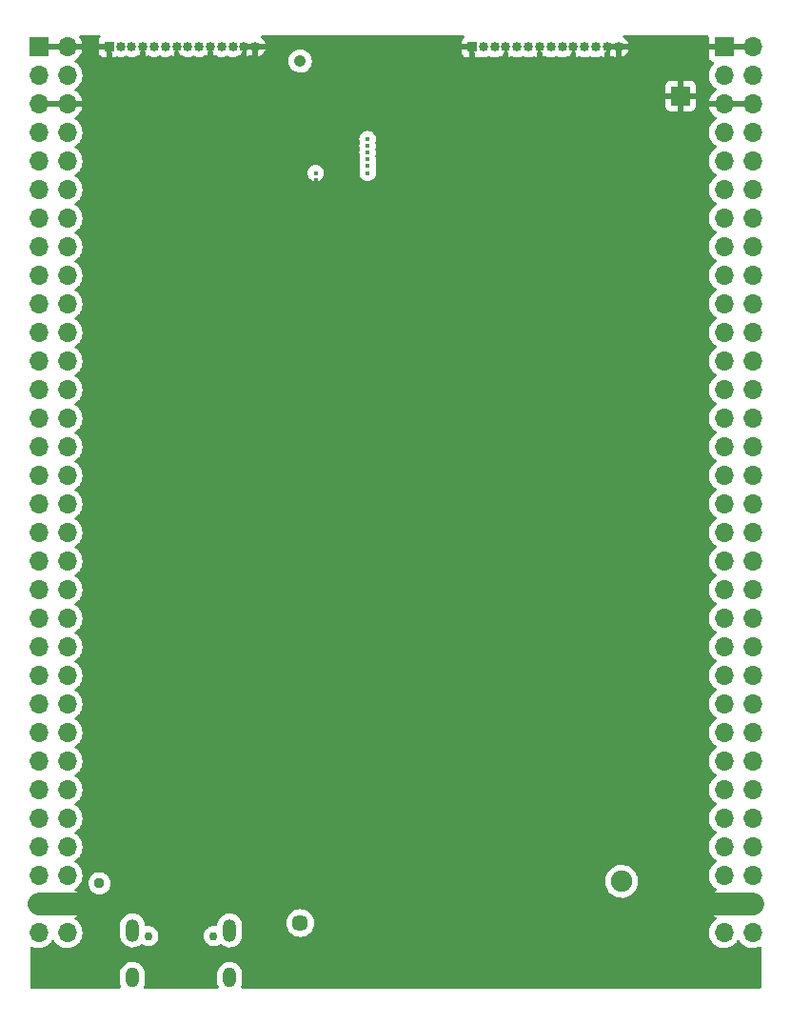
<source format=gbr>
%TF.GenerationSoftware,KiCad,Pcbnew,6.0.4-6f826c9f35~116~ubuntu20.04.1*%
%TF.CreationDate,2022-04-29T04:36:20+07:00*%
%TF.ProjectId,Colorlight2QMTech,436f6c6f-726c-4696-9768-7432514d5465,rev?*%
%TF.SameCoordinates,Original*%
%TF.FileFunction,Copper,L4,Bot*%
%TF.FilePolarity,Positive*%
%FSLAX46Y46*%
G04 Gerber Fmt 4.6, Leading zero omitted, Abs format (unit mm)*
G04 Created by KiCad (PCBNEW 6.0.4-6f826c9f35~116~ubuntu20.04.1) date 2022-04-29 04:36:20*
%MOMM*%
%LPD*%
G01*
G04 APERTURE LIST*
%TA.AperFunction,ComponentPad*%
%ADD10R,1.700000X1.700000*%
%TD*%
%TA.AperFunction,ComponentPad*%
%ADD11O,1.700000X1.700000*%
%TD*%
%TA.AperFunction,ComponentPad*%
%ADD12R,0.850000X0.850000*%
%TD*%
%TA.AperFunction,ComponentPad*%
%ADD13O,0.850000X0.850000*%
%TD*%
%TA.AperFunction,ComponentPad*%
%ADD14C,1.050000*%
%TD*%
%TA.AperFunction,ComponentPad*%
%ADD15C,1.450000*%
%TD*%
%TA.AperFunction,ComponentPad*%
%ADD16C,0.750000*%
%TD*%
%TA.AperFunction,ComponentPad*%
%ADD17O,1.200000X2.000000*%
%TD*%
%TA.AperFunction,ComponentPad*%
%ADD18O,1.200000X1.800000*%
%TD*%
%TA.AperFunction,ViaPad*%
%ADD19C,0.950000*%
%TD*%
%TA.AperFunction,ViaPad*%
%ADD20C,0.450000*%
%TD*%
%TA.AperFunction,ViaPad*%
%ADD21C,1.900000*%
%TD*%
%TA.AperFunction,Conductor*%
%ADD22C,2.000000*%
%TD*%
G04 APERTURE END LIST*
D10*
%TO.P,J1,1,Pin_1*%
%TO.N,GND*%
X95250000Y-42164000D03*
D11*
%TO.P,J1,2,Pin_2*%
X97790000Y-42164000D03*
%TO.P,J1,3,Pin_3*%
%TO.N,+3V3*%
X95250000Y-44704000D03*
%TO.P,J1,4,Pin_4*%
X97790000Y-44704000D03*
%TO.P,J1,5,Pin_5*%
%TO.N,GND*%
X95250000Y-47244000D03*
%TO.P,J1,6,Pin_6*%
X97790000Y-47244000D03*
%TO.P,J1,7,Pin_7*%
%TO.N,/U16*%
X95250000Y-49784000D03*
%TO.P,J1,8,Pin_8*%
%TO.N,/R1*%
X97790000Y-49784000D03*
%TO.P,J1,9,Pin_9*%
%TO.N,/C18*%
X95250000Y-52324000D03*
%TO.P,J1,10,Pin_10*%
%TO.N,/K18*%
X97790000Y-52324000D03*
%TO.P,J1,11,Pin_11*%
%TO.N,/R18*%
X95250000Y-54864000D03*
%TO.P,J1,12,Pin_12*%
%TO.N,/T18*%
X97790000Y-54864000D03*
%TO.P,J1,13,Pin_13*%
%TO.N,/P17*%
X95250000Y-57404000D03*
%TO.P,J1,14,Pin_14*%
%TO.N,/R17*%
X97790000Y-57404000D03*
%TO.P,J1,15,Pin_15*%
%TO.N,/T17*%
X95250000Y-59944000D03*
%TO.P,J1,16,Pin_16*%
%TO.N,/M17*%
X97790000Y-59944000D03*
%TO.P,J1,17,Pin_17*%
%TO.N,/U17*%
X95250000Y-62484000D03*
%TO.P,J1,18,Pin_18*%
%TO.N,/U18*%
X97790000Y-62484000D03*
%TO.P,J1,19,Pin_19*%
%TO.N,/N17*%
X95250000Y-65024000D03*
%TO.P,J1,20,Pin_20*%
%TO.N,/P18*%
X97790000Y-65024000D03*
%TO.P,J1,21,Pin_21*%
%TO.N,/M18*%
X95250000Y-67564000D03*
%TO.P,J1,22,Pin_22*%
%TO.N,/N18*%
X97790000Y-67564000D03*
%TO.P,J1,23,Pin_23*%
%TO.N,/L18*%
X95250000Y-70104000D03*
%TO.P,J1,24,Pin_24*%
%TO.N,/L20*%
X97790000Y-70104000D03*
%TO.P,J1,25,Pin_25*%
%TO.N,/K19*%
X95250000Y-72644000D03*
%TO.P,J1,26,Pin_26*%
%TO.N,/K20*%
X97790000Y-72644000D03*
%TO.P,J1,27,Pin_27*%
%TO.N,/J19*%
X95250000Y-75184000D03*
%TO.P,J1,28,Pin_28*%
%TO.N,/J20*%
X97790000Y-75184000D03*
%TO.P,J1,29,Pin_29*%
%TO.N,/G20*%
X95250000Y-77724000D03*
%TO.P,J1,30,Pin_30*%
%TO.N,/H20*%
X97790000Y-77724000D03*
%TO.P,J1,31,Pin_31*%
%TO.N,/F20*%
X95250000Y-80264000D03*
%TO.P,J1,32,Pin_32*%
%TO.N,/G19*%
X97790000Y-80264000D03*
%TO.P,J1,33,Pin_33*%
%TO.N,/E20*%
X95250000Y-82804000D03*
%TO.P,J1,34,Pin_34*%
%TO.N,/F19*%
X97790000Y-82804000D03*
%TO.P,J1,35,Pin_35*%
%TO.N,/D20*%
X95250000Y-85344000D03*
%TO.P,J1,36,Pin_36*%
%TO.N,/E19*%
X97790000Y-85344000D03*
%TO.P,J1,37,Pin_37*%
%TO.N,/C20*%
X95250000Y-87884000D03*
%TO.P,J1,38,Pin_38*%
%TO.N,/D19*%
X97790000Y-87884000D03*
%TO.P,J1,39,Pin_39*%
%TO.N,/B19*%
X95250000Y-90424000D03*
%TO.P,J1,40,Pin_40*%
%TO.N,/B20*%
X97790000Y-90424000D03*
%TO.P,J1,41,Pin_41*%
%TO.N,/A19*%
X95250000Y-92964000D03*
%TO.P,J1,42,Pin_42*%
%TO.N,/B18*%
X97790000Y-92964000D03*
%TO.P,J1,43,Pin_43*%
%TO.N,/A18*%
X95250000Y-95504000D03*
%TO.P,J1,44,Pin_44*%
%TO.N,/C17*%
X97790000Y-95504000D03*
%TO.P,J1,45,Pin_45*%
%TO.N,/C4*%
X95250000Y-98044000D03*
%TO.P,J1,46,Pin_46*%
%TO.N,/D3*%
X97790000Y-98044000D03*
%TO.P,J1,47,Pin_47*%
%TO.N,/C3*%
X95250000Y-100584000D03*
%TO.P,J1,48,Pin_48*%
%TO.N,/B4*%
X97790000Y-100584000D03*
%TO.P,J1,49,Pin_49*%
%TO.N,/A3*%
X95250000Y-103124000D03*
%TO.P,J1,50,Pin_50*%
%TO.N,/E3*%
X97790000Y-103124000D03*
%TO.P,J1,51,Pin_51*%
%TO.N,/B1*%
X95250000Y-105664000D03*
%TO.P,J1,52,Pin_52*%
%TO.N,/C2*%
X97790000Y-105664000D03*
%TO.P,J1,53,Pin_53*%
%TO.N,/D2*%
X95250000Y-108204000D03*
%TO.P,J1,54,Pin_54*%
%TO.N,/C1*%
X97790000Y-108204000D03*
%TO.P,J1,55,Pin_55*%
%TO.N,/E2*%
X95250000Y-110744000D03*
%TO.P,J1,56,Pin_56*%
%TO.N,/D1*%
X97790000Y-110744000D03*
%TO.P,J1,57,Pin_57*%
%TO.N,/F2*%
X95250000Y-113284000D03*
%TO.P,J1,58,Pin_58*%
%TO.N,/E1*%
X97790000Y-113284000D03*
%TO.P,J1,59,Pin_59*%
%TO.N,unconnected-(J1-Pad59)*%
X95250000Y-115824000D03*
%TO.P,J1,60,Pin_60*%
%TO.N,unconnected-(J1-Pad60)*%
X97790000Y-115824000D03*
%TO.P,J1,61,Pin_61*%
%TO.N,GND*%
X95250000Y-118364000D03*
%TO.P,J1,62,Pin_62*%
X97790000Y-118364000D03*
%TO.P,J1,63,Pin_63*%
%TO.N,+5V*%
X95250000Y-120904000D03*
%TO.P,J1,64,Pin_64*%
X97790000Y-120904000D03*
%TD*%
D12*
%TO.P,J5,1,Pin_1*%
%TO.N,GND*%
X133809600Y-42189400D03*
D13*
%TO.P,J5,2,Pin_2*%
%TO.N,/eth2_1+*%
X134809600Y-42189400D03*
%TO.P,J5,3,Pin_3*%
%TO.N,/eth2_1-*%
X135809600Y-42189400D03*
%TO.P,J5,4,Pin_4*%
%TO.N,GND*%
X136809600Y-42189400D03*
%TO.P,J5,5,Pin_5*%
%TO.N,/eth2_2-*%
X137809600Y-42189400D03*
%TO.P,J5,6,Pin_6*%
%TO.N,/eth2_2+*%
X138809600Y-42189400D03*
%TO.P,J5,7,Pin_7*%
%TO.N,GND*%
X139809600Y-42189400D03*
%TO.P,J5,8,Pin_8*%
%TO.N,/eth2_3+*%
X140809600Y-42189400D03*
%TO.P,J5,9,Pin_9*%
%TO.N,/eth2_3-*%
X141809600Y-42189400D03*
%TO.P,J5,10,Pin_10*%
%TO.N,GND*%
X142809600Y-42189400D03*
%TO.P,J5,11,Pin_11*%
%TO.N,/eth2_4-*%
X143809600Y-42189400D03*
%TO.P,J5,12,Pin_12*%
%TO.N,/eth2_4+*%
X144809600Y-42189400D03*
%TO.P,J5,13,Pin_13*%
%TO.N,GND*%
X145809600Y-42189400D03*
%TO.P,J5,14,Pin_14*%
X146809600Y-42189400D03*
%TD*%
D14*
%TO.P,CN1,*%
%TO.N,*%
X118518400Y-43444800D03*
D15*
X118518400Y-120044800D03*
%TD*%
D10*
%TO.P,J2,1,Pin_1*%
%TO.N,GND*%
X156210000Y-42164000D03*
D11*
%TO.P,J2,2,Pin_2*%
X158750000Y-42164000D03*
%TO.P,J2,3,Pin_3*%
%TO.N,+3V3*%
X156210000Y-44704000D03*
%TO.P,J2,4,Pin_4*%
X158750000Y-44704000D03*
%TO.P,J2,5,Pin_5*%
%TO.N,GND*%
X156210000Y-47244000D03*
%TO.P,J2,6,Pin_6*%
X158750000Y-47244000D03*
%TO.P,J2,7,Pin_7*%
%TO.N,/T1*%
X156210000Y-49784000D03*
%TO.P,J2,8,Pin_8*%
%TO.N,/U1*%
X158750000Y-49784000D03*
%TO.P,J2,9,Pin_9*%
%TO.N,/Y2*%
X156210000Y-52324000D03*
%TO.P,J2,10,Pin_10*%
%TO.N,/W1*%
X158750000Y-52324000D03*
%TO.P,J2,11,Pin_11*%
%TO.N,/V1*%
X156210000Y-54864000D03*
%TO.P,J2,12,Pin_12*%
%TO.N,/M1*%
X158750000Y-54864000D03*
%TO.P,J2,13,Pin_13*%
%TO.N,/N2*%
X156210000Y-57404000D03*
%TO.P,J2,14,Pin_14*%
%TO.N,/N3*%
X158750000Y-57404000D03*
%TO.P,J2,15,Pin_15*%
%TO.N,/T2*%
X156210000Y-59944000D03*
%TO.P,J2,16,Pin_16*%
%TO.N,/M3*%
X158750000Y-59944000D03*
%TO.P,J2,17,Pin_17*%
%TO.N,/T3*%
X156210000Y-62484000D03*
%TO.P,J2,18,Pin_18*%
%TO.N,/R3*%
X158750000Y-62484000D03*
%TO.P,J2,19,Pin_19*%
%TO.N,/N4*%
X156210000Y-65024000D03*
%TO.P,J2,20,Pin_20*%
%TO.N,/M4*%
X158750000Y-65024000D03*
%TO.P,J2,21,Pin_21*%
%TO.N,/L4*%
X156210000Y-67564000D03*
%TO.P,J2,22,Pin_22*%
%TO.N,/L5*%
X158750000Y-67564000D03*
%TO.P,J2,23,Pin_23*%
%TO.N,/P16*%
X156210000Y-70104000D03*
%TO.P,J2,24,Pin_24*%
%TO.N,/J16*%
X158750000Y-70104000D03*
%TO.P,J2,25,Pin_25*%
%TO.N,/J18*%
X156210000Y-72644000D03*
%TO.P,J2,26,Pin_26*%
%TO.N,/J17*%
X158750000Y-72644000D03*
%TO.P,J2,27,Pin_27*%
%TO.N,/H18*%
X156210000Y-75184000D03*
%TO.P,J2,28,Pin_28*%
%TO.N,/H17*%
X158750000Y-75184000D03*
%TO.P,J2,29,Pin_29*%
%TO.N,/G18*%
X156210000Y-77724000D03*
%TO.P,J2,30,Pin_30*%
%TO.N,/H16*%
X158750000Y-77724000D03*
%TO.P,J2,31,Pin_31*%
%TO.N,/F18*%
X156210000Y-80264000D03*
%TO.P,J2,32,Pin_32*%
%TO.N,/G16*%
X158750000Y-80264000D03*
%TO.P,J2,33,Pin_33*%
%TO.N,/E18*%
X156210000Y-82804000D03*
%TO.P,J2,34,Pin_34*%
%TO.N,/F17*%
X158750000Y-82804000D03*
%TO.P,J2,35,Pin_35*%
%TO.N,/F16*%
X156210000Y-85344000D03*
%TO.P,J2,36,Pin_36*%
%TO.N,/E16*%
X158750000Y-85344000D03*
%TO.P,J2,37,Pin_37*%
%TO.N,/E17*%
X156210000Y-87884000D03*
%TO.P,J2,38,Pin_38*%
%TO.N,/D18*%
X158750000Y-87884000D03*
%TO.P,J2,39,Pin_39*%
%TO.N,/D17*%
X156210000Y-90424000D03*
%TO.P,J2,40,Pin_40*%
%TO.N,/G5*%
X158750000Y-90424000D03*
%TO.P,J2,41,Pin_41*%
%TO.N,/D16*%
X156210000Y-92964000D03*
%TO.P,J2,42,Pin_42*%
%TO.N,/F5*%
X158750000Y-92964000D03*
%TO.P,J2,43,Pin_43*%
%TO.N,/E6*%
X156210000Y-95504000D03*
%TO.P,J2,44,Pin_44*%
%TO.N,/E5*%
X158750000Y-95504000D03*
%TO.P,J2,45,Pin_45*%
%TO.N,/F4*%
X156210000Y-98044000D03*
%TO.P,J2,46,Pin_46*%
%TO.N,/E4*%
X158750000Y-98044000D03*
%TO.P,J2,47,Pin_47*%
%TO.N,/F1*%
X156210000Y-100584000D03*
%TO.P,J2,48,Pin_48*%
%TO.N,/F3*%
X158750000Y-100584000D03*
%TO.P,J2,49,Pin_49*%
%TO.N,/G3*%
X156210000Y-103124000D03*
%TO.P,J2,50,Pin_50*%
%TO.N,/H3*%
X158750000Y-103124000D03*
%TO.P,J2,51,Pin_51*%
%TO.N,/H4*%
X156210000Y-105664000D03*
%TO.P,J2,52,Pin_52*%
%TO.N,/H5*%
X158750000Y-105664000D03*
%TO.P,J2,53,Pin_53*%
%TO.N,/J4*%
X156210000Y-108204000D03*
%TO.P,J2,54,Pin_54*%
%TO.N,/J5*%
X158750000Y-108204000D03*
%TO.P,J2,55,Pin_55*%
%TO.N,/K3*%
X156210000Y-110744000D03*
%TO.P,J2,56,Pin_56*%
%TO.N,/K4*%
X158750000Y-110744000D03*
%TO.P,J2,57,Pin_57*%
%TO.N,/K5*%
X156210000Y-113284000D03*
%TO.P,J2,58,Pin_58*%
%TO.N,/B3*%
X158750000Y-113284000D03*
%TO.P,J2,59,Pin_59*%
%TO.N,/A2*%
X156210000Y-115824000D03*
%TO.P,J2,60,Pin_60*%
%TO.N,/B2*%
X158750000Y-115824000D03*
%TO.P,J2,61,Pin_61*%
%TO.N,GND*%
X156210000Y-118364000D03*
%TO.P,J2,62,Pin_62*%
X158750000Y-118364000D03*
%TO.P,J2,63,Pin_63*%
%TO.N,+5V*%
X156210000Y-120904000D03*
%TO.P,J2,64,Pin_64*%
X158750000Y-120904000D03*
%TD*%
D12*
%TO.P,J4,1,Pin_1*%
%TO.N,GND*%
X101523800Y-42138600D03*
D13*
%TO.P,J4,2,Pin_2*%
%TO.N,/eth1_4+*%
X102523800Y-42138600D03*
%TO.P,J4,3,Pin_3*%
%TO.N,/eth1_4-*%
X103523800Y-42138600D03*
%TO.P,J4,4,Pin_4*%
%TO.N,GND*%
X104523800Y-42138600D03*
%TO.P,J4,5,Pin_5*%
%TO.N,/eth1_3-*%
X105523800Y-42138600D03*
%TO.P,J4,6,Pin_6*%
%TO.N,/eth1_3+*%
X106523800Y-42138600D03*
%TO.P,J4,7,Pin_7*%
%TO.N,GND*%
X107523800Y-42138600D03*
%TO.P,J4,8,Pin_8*%
%TO.N,/eth1_2+*%
X108523800Y-42138600D03*
%TO.P,J4,9,Pin_9*%
%TO.N,/eth1_2-*%
X109523800Y-42138600D03*
%TO.P,J4,10,Pin_10*%
%TO.N,GND*%
X110523800Y-42138600D03*
%TO.P,J4,11,Pin_11*%
%TO.N,/eth1_1-*%
X111523800Y-42138600D03*
%TO.P,J4,12,Pin_12*%
%TO.N,/eth1_1+*%
X112523800Y-42138600D03*
%TO.P,J4,13,Pin_13*%
%TO.N,GND*%
X113523800Y-42138600D03*
%TO.P,J4,14,Pin_14*%
X114523800Y-42138600D03*
%TD*%
D10*
%TO.P,J4-GND1,1,Pin_1*%
%TO.N,GND*%
X152349200Y-46532800D03*
%TD*%
D16*
%TO.P,J3,*%
%TO.N,*%
X110819000Y-121200000D03*
X105019000Y-121200000D03*
D17*
%TO.P,J3,S1,SHIELD*%
%TO.N,Net-(J3-PadS1)*%
X112249000Y-120700000D03*
D18*
X112249000Y-124900000D03*
X103589000Y-124900000D03*
D17*
X103589000Y-120700000D03*
%TD*%
D19*
%TO.N,GND*%
X111961300Y-112903200D03*
D20*
X106426000Y-110312200D03*
X112877600Y-61163200D03*
X109524800Y-106299000D03*
X142798800Y-46456600D03*
X113538000Y-43205400D03*
X116967000Y-53670200D03*
X104902000Y-51485800D03*
X133324600Y-106172000D03*
X134520819Y-60302019D03*
X140233400Y-109804200D03*
X128016000Y-103378000D03*
X124739400Y-108254800D03*
X130683000Y-104825800D03*
X111074200Y-104267000D03*
X116967000Y-61468000D03*
X145643600Y-46482000D03*
X110515400Y-43205400D03*
X111252000Y-62331600D03*
X107924600Y-108331000D03*
X138480800Y-57937400D03*
X110185200Y-59639200D03*
X116967000Y-57277000D03*
D19*
X158262000Y-124948000D03*
D20*
X150342600Y-114833400D03*
D19*
X118668800Y-85394800D03*
D20*
X133628795Y-60908595D03*
X102946200Y-52857400D03*
D19*
X118470000Y-100478000D03*
D20*
X110236000Y-47421800D03*
X119888000Y-55778400D03*
X101574600Y-50342800D03*
X116967000Y-60858400D03*
X124764800Y-61341000D03*
X112522000Y-102184200D03*
X142798800Y-110947200D03*
X144881600Y-50825400D03*
X137388600Y-50368200D03*
X129616200Y-61290200D03*
X149275800Y-52146200D03*
X116967000Y-59080400D03*
D19*
X104343200Y-118389400D03*
D20*
X110058200Y-52197000D03*
X124739400Y-105054400D03*
X111912400Y-46202600D03*
D19*
X104343200Y-118389400D03*
D20*
X124739400Y-111836200D03*
X136753600Y-108077000D03*
X145364200Y-112268000D03*
X110236000Y-49174400D03*
X133400800Y-46710600D03*
X107518200Y-50927000D03*
X140055600Y-46482000D03*
X119888000Y-54000400D03*
X124739400Y-101828600D03*
X104521000Y-43180000D03*
X107543600Y-47929800D03*
X119888000Y-61188600D03*
X148209000Y-42164000D03*
X154584400Y-49631600D03*
X101523800Y-43180000D03*
X119888000Y-61798200D03*
X107924600Y-52654200D03*
X116967000Y-55473600D03*
X116967000Y-53060600D03*
X119888000Y-57581800D03*
X139319000Y-51028600D03*
X143256000Y-49047400D03*
X133045200Y-59385200D03*
X132308600Y-61239400D03*
X101422200Y-47929800D03*
X106146600Y-55880000D03*
X152196800Y-50825400D03*
X104521000Y-50317400D03*
X104597200Y-47929800D03*
D19*
X104343200Y-118389400D03*
X118719600Y-70053200D03*
D20*
X132232400Y-55727600D03*
X135458200Y-59664600D03*
X140284200Y-49199800D03*
X115036600Y-46913800D03*
X141478000Y-56311800D03*
X140335000Y-55092600D03*
X144322800Y-54305200D03*
X113639600Y-64668400D03*
X119888000Y-59385200D03*
X133007257Y-57543857D03*
X107518200Y-43180000D03*
D21*
%TO.N,+3V3*%
X147112000Y-116347000D03*
D20*
%TO.N,+5V*%
X124527000Y-52777000D03*
D19*
X100656000Y-116514000D03*
D20*
X119888000Y-53390800D03*
X124510000Y-50380000D03*
X124527000Y-52177000D03*
X124510000Y-50975000D03*
X124502000Y-51577000D03*
X124527000Y-53377000D03*
%TD*%
D22*
%TO.N,GND*%
X95250000Y-118364000D02*
X99568000Y-118364000D01*
X158750000Y-118364000D02*
X153924000Y-118364000D01*
%TD*%
%TA.AperFunction,Conductor*%
%TO.N,GND*%
G36*
X100703822Y-41168502D02*
G01*
X100750315Y-41222158D01*
X100760419Y-41292432D01*
X100734342Y-41349531D01*
X100735896Y-41350696D01*
X100654014Y-41459951D01*
X100645476Y-41475546D01*
X100600322Y-41595994D01*
X100596695Y-41611249D01*
X100591169Y-41662114D01*
X100590800Y-41668928D01*
X100590800Y-41866485D01*
X100595275Y-41881724D01*
X100596665Y-41882929D01*
X100604348Y-41884600D01*
X101471917Y-41884600D01*
X101540038Y-41904602D01*
X101586531Y-41958258D01*
X101597227Y-42023771D01*
X101585158Y-42138600D01*
X101605670Y-42333755D01*
X101607710Y-42340033D01*
X101607710Y-42340034D01*
X101629192Y-42406148D01*
X101666308Y-42520380D01*
X101669611Y-42526102D01*
X101669612Y-42526103D01*
X101760919Y-42684251D01*
X101777800Y-42747251D01*
X101777800Y-43053484D01*
X101782275Y-43068723D01*
X101783665Y-43069928D01*
X101791348Y-43071599D01*
X101993469Y-43071599D01*
X102000290Y-43071229D01*
X102051152Y-43065705D01*
X102066403Y-43062079D01*
X102147857Y-43031543D01*
X102218664Y-43026360D01*
X102228757Y-43029082D01*
X102233744Y-43031302D01*
X102240194Y-43032673D01*
X102240197Y-43032674D01*
X102419228Y-43070728D01*
X102419232Y-43070728D01*
X102425685Y-43072100D01*
X102621915Y-43072100D01*
X102628368Y-43070728D01*
X102628372Y-43070728D01*
X102730320Y-43049058D01*
X102813856Y-43031302D01*
X102820963Y-43028138D01*
X102880871Y-43001465D01*
X102972552Y-42960646D01*
X103042918Y-42951212D01*
X103075047Y-42960645D01*
X103166729Y-43001465D01*
X103226638Y-43028138D01*
X103233744Y-43031302D01*
X103317280Y-43049058D01*
X103419228Y-43070728D01*
X103419232Y-43070728D01*
X103425685Y-43072100D01*
X103621915Y-43072100D01*
X103628368Y-43070728D01*
X103628372Y-43070728D01*
X103730320Y-43049058D01*
X103813856Y-43031302D01*
X103820963Y-43028138D01*
X103880871Y-43001465D01*
X103973168Y-42960372D01*
X104043533Y-42950938D01*
X104075664Y-42960372D01*
X104227868Y-43028138D01*
X104240356Y-43032195D01*
X104252080Y-43034688D01*
X104266141Y-43033615D01*
X104269800Y-43023659D01*
X104269800Y-42747251D01*
X104286681Y-42684251D01*
X104377988Y-42526103D01*
X104377989Y-42526102D01*
X104381292Y-42520380D01*
X104403967Y-42450593D01*
X104444040Y-42391987D01*
X104509437Y-42364350D01*
X104579394Y-42376457D01*
X104631700Y-42424463D01*
X104643633Y-42450592D01*
X104666308Y-42520380D01*
X104669611Y-42526102D01*
X104669612Y-42526103D01*
X104760919Y-42684251D01*
X104777800Y-42747251D01*
X104777800Y-43020339D01*
X104781773Y-43033870D01*
X104792268Y-43035379D01*
X104807244Y-43032195D01*
X104819732Y-43028138D01*
X104971936Y-42960372D01*
X105042303Y-42950938D01*
X105074430Y-42960371D01*
X105166729Y-43001465D01*
X105226638Y-43028138D01*
X105233744Y-43031302D01*
X105317280Y-43049058D01*
X105419228Y-43070728D01*
X105419232Y-43070728D01*
X105425685Y-43072100D01*
X105621915Y-43072100D01*
X105628368Y-43070728D01*
X105628372Y-43070728D01*
X105730320Y-43049058D01*
X105813856Y-43031302D01*
X105820963Y-43028138D01*
X105880871Y-43001465D01*
X105972552Y-42960646D01*
X106042918Y-42951212D01*
X106075047Y-42960645D01*
X106166729Y-43001465D01*
X106226638Y-43028138D01*
X106233744Y-43031302D01*
X106317280Y-43049058D01*
X106419228Y-43070728D01*
X106419232Y-43070728D01*
X106425685Y-43072100D01*
X106621915Y-43072100D01*
X106628368Y-43070728D01*
X106628372Y-43070728D01*
X106730320Y-43049058D01*
X106813856Y-43031302D01*
X106820963Y-43028138D01*
X106880871Y-43001465D01*
X106973168Y-42960372D01*
X107043533Y-42950938D01*
X107075664Y-42960372D01*
X107227868Y-43028138D01*
X107240356Y-43032195D01*
X107252080Y-43034688D01*
X107266141Y-43033615D01*
X107269800Y-43023659D01*
X107269800Y-42747251D01*
X107286681Y-42684251D01*
X107377988Y-42526103D01*
X107377989Y-42526102D01*
X107381292Y-42520380D01*
X107403967Y-42450593D01*
X107444040Y-42391987D01*
X107509437Y-42364350D01*
X107579394Y-42376457D01*
X107631700Y-42424463D01*
X107643633Y-42450592D01*
X107666308Y-42520380D01*
X107669611Y-42526102D01*
X107669612Y-42526103D01*
X107760919Y-42684251D01*
X107777800Y-42747251D01*
X107777800Y-43020339D01*
X107781773Y-43033870D01*
X107792268Y-43035379D01*
X107807244Y-43032195D01*
X107819732Y-43028138D01*
X107971936Y-42960372D01*
X108042303Y-42950938D01*
X108074430Y-42960371D01*
X108166729Y-43001465D01*
X108226638Y-43028138D01*
X108233744Y-43031302D01*
X108317280Y-43049058D01*
X108419228Y-43070728D01*
X108419232Y-43070728D01*
X108425685Y-43072100D01*
X108621915Y-43072100D01*
X108628368Y-43070728D01*
X108628372Y-43070728D01*
X108730320Y-43049058D01*
X108813856Y-43031302D01*
X108820963Y-43028138D01*
X108880871Y-43001465D01*
X108972552Y-42960646D01*
X109042918Y-42951212D01*
X109075047Y-42960645D01*
X109166729Y-43001465D01*
X109226638Y-43028138D01*
X109233744Y-43031302D01*
X109317280Y-43049058D01*
X109419228Y-43070728D01*
X109419232Y-43070728D01*
X109425685Y-43072100D01*
X109621915Y-43072100D01*
X109628368Y-43070728D01*
X109628372Y-43070728D01*
X109730320Y-43049058D01*
X109813856Y-43031302D01*
X109820963Y-43028138D01*
X109880871Y-43001465D01*
X109973168Y-42960372D01*
X110043533Y-42950938D01*
X110075664Y-42960372D01*
X110227868Y-43028138D01*
X110240356Y-43032195D01*
X110252080Y-43034688D01*
X110266141Y-43033615D01*
X110269800Y-43023659D01*
X110269800Y-42747251D01*
X110286681Y-42684251D01*
X110377988Y-42526103D01*
X110377989Y-42526102D01*
X110381292Y-42520380D01*
X110403967Y-42450593D01*
X110444040Y-42391987D01*
X110509437Y-42364350D01*
X110579394Y-42376457D01*
X110631700Y-42424463D01*
X110643633Y-42450592D01*
X110666308Y-42520380D01*
X110669611Y-42526102D01*
X110669612Y-42526103D01*
X110760919Y-42684251D01*
X110777800Y-42747251D01*
X110777800Y-43020339D01*
X110781773Y-43033870D01*
X110792268Y-43035379D01*
X110807244Y-43032195D01*
X110819732Y-43028138D01*
X110971936Y-42960372D01*
X111042303Y-42950938D01*
X111074430Y-42960371D01*
X111166729Y-43001465D01*
X111226638Y-43028138D01*
X111233744Y-43031302D01*
X111317280Y-43049058D01*
X111419228Y-43070728D01*
X111419232Y-43070728D01*
X111425685Y-43072100D01*
X111621915Y-43072100D01*
X111628368Y-43070728D01*
X111628372Y-43070728D01*
X111730320Y-43049058D01*
X111813856Y-43031302D01*
X111820963Y-43028138D01*
X111880871Y-43001465D01*
X111972552Y-42960646D01*
X112042918Y-42951212D01*
X112075047Y-42960645D01*
X112166729Y-43001465D01*
X112226638Y-43028138D01*
X112233744Y-43031302D01*
X112317280Y-43049058D01*
X112419228Y-43070728D01*
X112419232Y-43070728D01*
X112425685Y-43072100D01*
X112621915Y-43072100D01*
X112628368Y-43070728D01*
X112628372Y-43070728D01*
X112730320Y-43049058D01*
X112813856Y-43031302D01*
X112820963Y-43028138D01*
X112880871Y-43001465D01*
X112973168Y-42960372D01*
X113043533Y-42950938D01*
X113075664Y-42960372D01*
X113227868Y-43028138D01*
X113240356Y-43032195D01*
X113252080Y-43034688D01*
X113266141Y-43033615D01*
X113269800Y-43023659D01*
X113269800Y-43020339D01*
X113777800Y-43020339D01*
X113781773Y-43033870D01*
X113792268Y-43035379D01*
X113807244Y-43032195D01*
X113819736Y-43028137D01*
X113972552Y-42960099D01*
X114042919Y-42950665D01*
X114075048Y-42960099D01*
X114227864Y-43028137D01*
X114240356Y-43032195D01*
X114252080Y-43034688D01*
X114266141Y-43033615D01*
X114269800Y-43023659D01*
X114269800Y-43020339D01*
X114777800Y-43020339D01*
X114781773Y-43033870D01*
X114792268Y-43035379D01*
X114807244Y-43032195D01*
X114819732Y-43028138D01*
X114986840Y-42953737D01*
X114998212Y-42947171D01*
X115146194Y-42839656D01*
X115155957Y-42830865D01*
X115278354Y-42694928D01*
X115286070Y-42684309D01*
X115377533Y-42525891D01*
X115382873Y-42513896D01*
X115416685Y-42409832D01*
X115417088Y-42395732D01*
X115410717Y-42392600D01*
X114795915Y-42392600D01*
X114780676Y-42397075D01*
X114779471Y-42398465D01*
X114777800Y-42406148D01*
X114777800Y-43020339D01*
X114269800Y-43020339D01*
X114269800Y-42410715D01*
X114265325Y-42395476D01*
X114263935Y-42394271D01*
X114256252Y-42392600D01*
X113795915Y-42392600D01*
X113780676Y-42397075D01*
X113779471Y-42398465D01*
X113777800Y-42406148D01*
X113777800Y-43020339D01*
X113269800Y-43020339D01*
X113269800Y-42747251D01*
X113286681Y-42684251D01*
X113377988Y-42526103D01*
X113377989Y-42526102D01*
X113381292Y-42520380D01*
X113418408Y-42406148D01*
X113439890Y-42340034D01*
X113439890Y-42340033D01*
X113441930Y-42333755D01*
X113462442Y-42138600D01*
X113450373Y-42023771D01*
X113463145Y-41953932D01*
X113511647Y-41902085D01*
X113575683Y-41884600D01*
X115404169Y-41884600D01*
X115417700Y-41880627D01*
X115418710Y-41873600D01*
X115382873Y-41763304D01*
X115377533Y-41751309D01*
X115286070Y-41592891D01*
X115278354Y-41582272D01*
X115155957Y-41446335D01*
X115146194Y-41437544D01*
X115062086Y-41376436D01*
X115018732Y-41320213D01*
X115012657Y-41249477D01*
X115045789Y-41186686D01*
X115107609Y-41151774D01*
X115136147Y-41148500D01*
X132981050Y-41148500D01*
X133049171Y-41168502D01*
X133095664Y-41222158D01*
X133105768Y-41292432D01*
X133076274Y-41357012D01*
X133056614Y-41375327D01*
X133028875Y-41396116D01*
X133016315Y-41408676D01*
X132939814Y-41510751D01*
X132931276Y-41526346D01*
X132886122Y-41646794D01*
X132882495Y-41662049D01*
X132876969Y-41712914D01*
X132876600Y-41719728D01*
X132876600Y-41917285D01*
X132881075Y-41932524D01*
X132882465Y-41933729D01*
X132890148Y-41935400D01*
X133757717Y-41935400D01*
X133825838Y-41955402D01*
X133872331Y-42009058D01*
X133883027Y-42074571D01*
X133870958Y-42189400D01*
X133871648Y-42195965D01*
X133886791Y-42340034D01*
X133891470Y-42384555D01*
X133893510Y-42390833D01*
X133893510Y-42390834D01*
X133914992Y-42456948D01*
X133952108Y-42571180D01*
X133955411Y-42576902D01*
X133955412Y-42576903D01*
X134046719Y-42735051D01*
X134063600Y-42798051D01*
X134063600Y-43104284D01*
X134068075Y-43119523D01*
X134069465Y-43120728D01*
X134077148Y-43122399D01*
X134279269Y-43122399D01*
X134286090Y-43122029D01*
X134336952Y-43116505D01*
X134352203Y-43112879D01*
X134433657Y-43082343D01*
X134504464Y-43077160D01*
X134514557Y-43079882D01*
X134519544Y-43082102D01*
X134525994Y-43083473D01*
X134525997Y-43083474D01*
X134705028Y-43121528D01*
X134705032Y-43121528D01*
X134711485Y-43122900D01*
X134907715Y-43122900D01*
X134914168Y-43121528D01*
X134914172Y-43121528D01*
X135003685Y-43102501D01*
X135099656Y-43082102D01*
X135106763Y-43078938D01*
X135187559Y-43042965D01*
X135258352Y-43011446D01*
X135328718Y-43002012D01*
X135360847Y-43011445D01*
X135431641Y-43042965D01*
X135512438Y-43078938D01*
X135519544Y-43082102D01*
X135615515Y-43102501D01*
X135705028Y-43121528D01*
X135705032Y-43121528D01*
X135711485Y-43122900D01*
X135907715Y-43122900D01*
X135914168Y-43121528D01*
X135914172Y-43121528D01*
X136003685Y-43102501D01*
X136099656Y-43082102D01*
X136106763Y-43078938D01*
X136187559Y-43042965D01*
X136258968Y-43011172D01*
X136329333Y-43001738D01*
X136361464Y-43011172D01*
X136513668Y-43078938D01*
X136526156Y-43082995D01*
X136537880Y-43085488D01*
X136551941Y-43084415D01*
X136555600Y-43074459D01*
X136555600Y-42798051D01*
X136572481Y-42735051D01*
X136663788Y-42576903D01*
X136663789Y-42576902D01*
X136667092Y-42571180D01*
X136689767Y-42501393D01*
X136729840Y-42442787D01*
X136795237Y-42415150D01*
X136865194Y-42427257D01*
X136917500Y-42475263D01*
X136929433Y-42501392D01*
X136952108Y-42571180D01*
X136955411Y-42576902D01*
X136955412Y-42576903D01*
X137046719Y-42735051D01*
X137063600Y-42798051D01*
X137063600Y-43071139D01*
X137067573Y-43084670D01*
X137078068Y-43086179D01*
X137093044Y-43082995D01*
X137105532Y-43078938D01*
X137257736Y-43011172D01*
X137328103Y-43001738D01*
X137360230Y-43011171D01*
X137431641Y-43042965D01*
X137512438Y-43078938D01*
X137519544Y-43082102D01*
X137615515Y-43102501D01*
X137705028Y-43121528D01*
X137705032Y-43121528D01*
X137711485Y-43122900D01*
X137907715Y-43122900D01*
X137914168Y-43121528D01*
X137914172Y-43121528D01*
X138003685Y-43102501D01*
X138099656Y-43082102D01*
X138106763Y-43078938D01*
X138187559Y-43042965D01*
X138258352Y-43011446D01*
X138328718Y-43002012D01*
X138360847Y-43011445D01*
X138431641Y-43042965D01*
X138512438Y-43078938D01*
X138519544Y-43082102D01*
X138615515Y-43102501D01*
X138705028Y-43121528D01*
X138705032Y-43121528D01*
X138711485Y-43122900D01*
X138907715Y-43122900D01*
X138914168Y-43121528D01*
X138914172Y-43121528D01*
X139003685Y-43102501D01*
X139099656Y-43082102D01*
X139106763Y-43078938D01*
X139187559Y-43042965D01*
X139258968Y-43011172D01*
X139329333Y-43001738D01*
X139361464Y-43011172D01*
X139513668Y-43078938D01*
X139526156Y-43082995D01*
X139537880Y-43085488D01*
X139551941Y-43084415D01*
X139555600Y-43074459D01*
X139555600Y-42798051D01*
X139572481Y-42735051D01*
X139663788Y-42576903D01*
X139663789Y-42576902D01*
X139667092Y-42571180D01*
X139689767Y-42501393D01*
X139729840Y-42442787D01*
X139795237Y-42415150D01*
X139865194Y-42427257D01*
X139917500Y-42475263D01*
X139929433Y-42501392D01*
X139952108Y-42571180D01*
X139955411Y-42576902D01*
X139955412Y-42576903D01*
X140046719Y-42735051D01*
X140063600Y-42798051D01*
X140063600Y-43071139D01*
X140067573Y-43084670D01*
X140078068Y-43086179D01*
X140093044Y-43082995D01*
X140105532Y-43078938D01*
X140257736Y-43011172D01*
X140328103Y-43001738D01*
X140360230Y-43011171D01*
X140431641Y-43042965D01*
X140512438Y-43078938D01*
X140519544Y-43082102D01*
X140615515Y-43102501D01*
X140705028Y-43121528D01*
X140705032Y-43121528D01*
X140711485Y-43122900D01*
X140907715Y-43122900D01*
X140914168Y-43121528D01*
X140914172Y-43121528D01*
X141003685Y-43102501D01*
X141099656Y-43082102D01*
X141106763Y-43078938D01*
X141187559Y-43042965D01*
X141258352Y-43011446D01*
X141328718Y-43002012D01*
X141360847Y-43011445D01*
X141431641Y-43042965D01*
X141512438Y-43078938D01*
X141519544Y-43082102D01*
X141615515Y-43102501D01*
X141705028Y-43121528D01*
X141705032Y-43121528D01*
X141711485Y-43122900D01*
X141907715Y-43122900D01*
X141914168Y-43121528D01*
X141914172Y-43121528D01*
X142003685Y-43102501D01*
X142099656Y-43082102D01*
X142106763Y-43078938D01*
X142187559Y-43042965D01*
X142258968Y-43011172D01*
X142329333Y-43001738D01*
X142361464Y-43011172D01*
X142513668Y-43078938D01*
X142526156Y-43082995D01*
X142537880Y-43085488D01*
X142551941Y-43084415D01*
X142555600Y-43074459D01*
X142555600Y-42798051D01*
X142572481Y-42735051D01*
X142663788Y-42576903D01*
X142663789Y-42576902D01*
X142667092Y-42571180D01*
X142689767Y-42501393D01*
X142729840Y-42442787D01*
X142795237Y-42415150D01*
X142865194Y-42427257D01*
X142917500Y-42475263D01*
X142929433Y-42501392D01*
X142952108Y-42571180D01*
X142955411Y-42576902D01*
X142955412Y-42576903D01*
X143046719Y-42735051D01*
X143063600Y-42798051D01*
X143063600Y-43071139D01*
X143067573Y-43084670D01*
X143078068Y-43086179D01*
X143093044Y-43082995D01*
X143105532Y-43078938D01*
X143257736Y-43011172D01*
X143328103Y-43001738D01*
X143360230Y-43011171D01*
X143431641Y-43042965D01*
X143512438Y-43078938D01*
X143519544Y-43082102D01*
X143615515Y-43102501D01*
X143705028Y-43121528D01*
X143705032Y-43121528D01*
X143711485Y-43122900D01*
X143907715Y-43122900D01*
X143914168Y-43121528D01*
X143914172Y-43121528D01*
X144003685Y-43102501D01*
X144099656Y-43082102D01*
X144106763Y-43078938D01*
X144187559Y-43042965D01*
X144258352Y-43011446D01*
X144328718Y-43002012D01*
X144360847Y-43011445D01*
X144431641Y-43042965D01*
X144512438Y-43078938D01*
X144519544Y-43082102D01*
X144615515Y-43102501D01*
X144705028Y-43121528D01*
X144705032Y-43121528D01*
X144711485Y-43122900D01*
X144907715Y-43122900D01*
X144914168Y-43121528D01*
X144914172Y-43121528D01*
X145003685Y-43102501D01*
X145099656Y-43082102D01*
X145106763Y-43078938D01*
X145187559Y-43042965D01*
X145258968Y-43011172D01*
X145329333Y-43001738D01*
X145361464Y-43011172D01*
X145513668Y-43078938D01*
X145526156Y-43082995D01*
X145537880Y-43085488D01*
X145551941Y-43084415D01*
X145555600Y-43074459D01*
X145555600Y-43071139D01*
X146063600Y-43071139D01*
X146067573Y-43084670D01*
X146078068Y-43086179D01*
X146093044Y-43082995D01*
X146105536Y-43078937D01*
X146258352Y-43010899D01*
X146328719Y-43001465D01*
X146360848Y-43010899D01*
X146513664Y-43078937D01*
X146526156Y-43082995D01*
X146537880Y-43085488D01*
X146551941Y-43084415D01*
X146555600Y-43074459D01*
X146555600Y-43071139D01*
X147063600Y-43071139D01*
X147067573Y-43084670D01*
X147078068Y-43086179D01*
X147093044Y-43082995D01*
X147105532Y-43078938D01*
X147272640Y-43004537D01*
X147284012Y-42997971D01*
X147431994Y-42890456D01*
X147441757Y-42881665D01*
X147564154Y-42745728D01*
X147571870Y-42735109D01*
X147663333Y-42576691D01*
X147668673Y-42564696D01*
X147702485Y-42460632D01*
X147702888Y-42446532D01*
X147696517Y-42443400D01*
X147081715Y-42443400D01*
X147066476Y-42447875D01*
X147065271Y-42449265D01*
X147063600Y-42456948D01*
X147063600Y-43071139D01*
X146555600Y-43071139D01*
X146555600Y-42461515D01*
X146551125Y-42446276D01*
X146549735Y-42445071D01*
X146542052Y-42443400D01*
X146081715Y-42443400D01*
X146066476Y-42447875D01*
X146065271Y-42449265D01*
X146063600Y-42456948D01*
X146063600Y-43071139D01*
X145555600Y-43071139D01*
X145555600Y-42798051D01*
X145572481Y-42735051D01*
X145663788Y-42576903D01*
X145663789Y-42576902D01*
X145667092Y-42571180D01*
X145704208Y-42456948D01*
X145725690Y-42390834D01*
X145725690Y-42390833D01*
X145727730Y-42384555D01*
X145732410Y-42340034D01*
X145747552Y-42195965D01*
X145748242Y-42189400D01*
X145736173Y-42074571D01*
X145748945Y-42004732D01*
X145797447Y-41952885D01*
X145861483Y-41935400D01*
X147689969Y-41935400D01*
X147703500Y-41931427D01*
X147704510Y-41924400D01*
X147668673Y-41814104D01*
X147663333Y-41802109D01*
X147571870Y-41643691D01*
X147564154Y-41633072D01*
X147441757Y-41497135D01*
X147431994Y-41488344D01*
X147278670Y-41376948D01*
X147280320Y-41374677D01*
X147239856Y-41332247D01*
X147226413Y-41262535D01*
X147252794Y-41196621D01*
X147310622Y-41155434D01*
X147351844Y-41148500D01*
X154726000Y-41148500D01*
X154794121Y-41168502D01*
X154840614Y-41222158D01*
X154852000Y-41274500D01*
X154852000Y-41891885D01*
X154856475Y-41907124D01*
X154857865Y-41908329D01*
X154865548Y-41910000D01*
X158878000Y-41910000D01*
X158946121Y-41930002D01*
X158992614Y-41983658D01*
X159004000Y-42036000D01*
X159004000Y-42292000D01*
X158983998Y-42360121D01*
X158930342Y-42406614D01*
X158878000Y-42418000D01*
X154870116Y-42418000D01*
X154854877Y-42422475D01*
X154853672Y-42423865D01*
X154852001Y-42431548D01*
X154852001Y-43058669D01*
X154852371Y-43065490D01*
X154857895Y-43116352D01*
X154861521Y-43131604D01*
X154906676Y-43252054D01*
X154915214Y-43267649D01*
X154991715Y-43369724D01*
X155004276Y-43382285D01*
X155106351Y-43458786D01*
X155121946Y-43467324D01*
X155230827Y-43508142D01*
X155287591Y-43550784D01*
X155312291Y-43617345D01*
X155297083Y-43686694D01*
X155277691Y-43713175D01*
X155174488Y-43821171D01*
X155150629Y-43846138D01*
X155024743Y-44030680D01*
X155009003Y-44064590D01*
X154961836Y-44166203D01*
X154930688Y-44233305D01*
X154870989Y-44448570D01*
X154847251Y-44670695D01*
X154847548Y-44675848D01*
X154847548Y-44675851D01*
X154853011Y-44770590D01*
X154860110Y-44893715D01*
X154861247Y-44898761D01*
X154861248Y-44898767D01*
X154881119Y-44986939D01*
X154909222Y-45111639D01*
X154993266Y-45318616D01*
X155044019Y-45401438D01*
X155107291Y-45504688D01*
X155109987Y-45509088D01*
X155256250Y-45677938D01*
X155428126Y-45820632D01*
X155443470Y-45829598D01*
X155501955Y-45863774D01*
X155550679Y-45915412D01*
X155563750Y-45985195D01*
X155537019Y-46050967D01*
X155496562Y-46084327D01*
X155488457Y-46088546D01*
X155479738Y-46094036D01*
X155309433Y-46221905D01*
X155301726Y-46228748D01*
X155154590Y-46382717D01*
X155148104Y-46390727D01*
X155028098Y-46566649D01*
X155023000Y-46575623D01*
X154933338Y-46768783D01*
X154929775Y-46778470D01*
X154874389Y-46978183D01*
X154875912Y-46986607D01*
X154888292Y-46990000D01*
X158878000Y-46990000D01*
X158946121Y-47010002D01*
X158992614Y-47063658D01*
X159004000Y-47116000D01*
X159004000Y-47372000D01*
X158983998Y-47440121D01*
X158930342Y-47486614D01*
X158878000Y-47498000D01*
X154893225Y-47498000D01*
X154879694Y-47501973D01*
X154878257Y-47511966D01*
X154908565Y-47646446D01*
X154911645Y-47656275D01*
X154991770Y-47853603D01*
X154996413Y-47862794D01*
X155107694Y-48044388D01*
X155113777Y-48052699D01*
X155253213Y-48213667D01*
X155260580Y-48220883D01*
X155424434Y-48356916D01*
X155432881Y-48362831D01*
X155501969Y-48403203D01*
X155550693Y-48454842D01*
X155563764Y-48524625D01*
X155537033Y-48590396D01*
X155496584Y-48623752D01*
X155483607Y-48630507D01*
X155479474Y-48633610D01*
X155479471Y-48633612D01*
X155455247Y-48651800D01*
X155304965Y-48764635D01*
X155150629Y-48926138D01*
X155024743Y-49110680D01*
X154930688Y-49313305D01*
X154870989Y-49528570D01*
X154847251Y-49750695D01*
X154847548Y-49755848D01*
X154847548Y-49755851D01*
X154856811Y-49916507D01*
X154860110Y-49973715D01*
X154861247Y-49978761D01*
X154861248Y-49978767D01*
X154882275Y-50072069D01*
X154909222Y-50191639D01*
X154947461Y-50285811D01*
X154987316Y-50383962D01*
X154993266Y-50398616D01*
X155044019Y-50481438D01*
X155107291Y-50584688D01*
X155109987Y-50589088D01*
X155256250Y-50757938D01*
X155428126Y-50900632D01*
X155443470Y-50909598D01*
X155501445Y-50943476D01*
X155550169Y-50995114D01*
X155563240Y-51064897D01*
X155536509Y-51130669D01*
X155496055Y-51164027D01*
X155483607Y-51170507D01*
X155479474Y-51173610D01*
X155479471Y-51173612D01*
X155315773Y-51296520D01*
X155304965Y-51304635D01*
X155150629Y-51466138D01*
X155024743Y-51650680D01*
X154930688Y-51853305D01*
X154870989Y-52068570D01*
X154847251Y-52290695D01*
X154847548Y-52295848D01*
X154847548Y-52295851D01*
X154853011Y-52390590D01*
X154860110Y-52513715D01*
X154861247Y-52518761D01*
X154861248Y-52518767D01*
X154878836Y-52596809D01*
X154909222Y-52731639D01*
X154993266Y-52938616D01*
X155044019Y-53021438D01*
X155107291Y-53124688D01*
X155109987Y-53129088D01*
X155256250Y-53297938D01*
X155428126Y-53440632D01*
X155443470Y-53449598D01*
X155501445Y-53483476D01*
X155550169Y-53535114D01*
X155563240Y-53604897D01*
X155536509Y-53670669D01*
X155496055Y-53704027D01*
X155483607Y-53710507D01*
X155479474Y-53713610D01*
X155479471Y-53713612D01*
X155309100Y-53841530D01*
X155304965Y-53844635D01*
X155301393Y-53848373D01*
X155173357Y-53982355D01*
X155150629Y-54006138D01*
X155147720Y-54010403D01*
X155147714Y-54010411D01*
X155110346Y-54065190D01*
X155024743Y-54190680D01*
X154930688Y-54393305D01*
X154870989Y-54608570D01*
X154847251Y-54830695D01*
X154847548Y-54835848D01*
X154847548Y-54835851D01*
X154853011Y-54930590D01*
X154860110Y-55053715D01*
X154861247Y-55058761D01*
X154861248Y-55058767D01*
X154881119Y-55146939D01*
X154909222Y-55271639D01*
X154993266Y-55478616D01*
X155044019Y-55561438D01*
X155107291Y-55664688D01*
X155109987Y-55669088D01*
X155256250Y-55837938D01*
X155428126Y-55980632D01*
X155443470Y-55989598D01*
X155501445Y-56023476D01*
X155550169Y-56075114D01*
X155563240Y-56144897D01*
X155536509Y-56210669D01*
X155496055Y-56244027D01*
X155483607Y-56250507D01*
X155479474Y-56253610D01*
X155479471Y-56253612D01*
X155455247Y-56271800D01*
X155304965Y-56384635D01*
X155150629Y-56546138D01*
X155024743Y-56730680D01*
X154930688Y-56933305D01*
X154870989Y-57148570D01*
X154847251Y-57370695D01*
X154847548Y-57375848D01*
X154847548Y-57375851D01*
X154853011Y-57470590D01*
X154860110Y-57593715D01*
X154861247Y-57598761D01*
X154861248Y-57598767D01*
X154881119Y-57686939D01*
X154909222Y-57811639D01*
X154993266Y-58018616D01*
X155044019Y-58101438D01*
X155107291Y-58204688D01*
X155109987Y-58209088D01*
X155256250Y-58377938D01*
X155428126Y-58520632D01*
X155443470Y-58529598D01*
X155501445Y-58563476D01*
X155550169Y-58615114D01*
X155563240Y-58684897D01*
X155536509Y-58750669D01*
X155496055Y-58784027D01*
X155483607Y-58790507D01*
X155479474Y-58793610D01*
X155479471Y-58793612D01*
X155455247Y-58811800D01*
X155304965Y-58924635D01*
X155150629Y-59086138D01*
X155024743Y-59270680D01*
X154930688Y-59473305D01*
X154870989Y-59688570D01*
X154847251Y-59910695D01*
X154847548Y-59915848D01*
X154847548Y-59915851D01*
X154853011Y-60010590D01*
X154860110Y-60133715D01*
X154861247Y-60138761D01*
X154861248Y-60138767D01*
X154881119Y-60226939D01*
X154909222Y-60351639D01*
X154993266Y-60558616D01*
X155044019Y-60641438D01*
X155107291Y-60744688D01*
X155109987Y-60749088D01*
X155256250Y-60917938D01*
X155428126Y-61060632D01*
X155443470Y-61069598D01*
X155501445Y-61103476D01*
X155550169Y-61155114D01*
X155563240Y-61224897D01*
X155536509Y-61290669D01*
X155496055Y-61324027D01*
X155483607Y-61330507D01*
X155479474Y-61333610D01*
X155479471Y-61333612D01*
X155455247Y-61351800D01*
X155304965Y-61464635D01*
X155150629Y-61626138D01*
X155024743Y-61810680D01*
X154930688Y-62013305D01*
X154870989Y-62228570D01*
X154847251Y-62450695D01*
X154847548Y-62455848D01*
X154847548Y-62455851D01*
X154853011Y-62550590D01*
X154860110Y-62673715D01*
X154861247Y-62678761D01*
X154861248Y-62678767D01*
X154881119Y-62766939D01*
X154909222Y-62891639D01*
X154993266Y-63098616D01*
X155044019Y-63181438D01*
X155107291Y-63284688D01*
X155109987Y-63289088D01*
X155256250Y-63457938D01*
X155428126Y-63600632D01*
X155443470Y-63609598D01*
X155501445Y-63643476D01*
X155550169Y-63695114D01*
X155563240Y-63764897D01*
X155536509Y-63830669D01*
X155496055Y-63864027D01*
X155483607Y-63870507D01*
X155479474Y-63873610D01*
X155479471Y-63873612D01*
X155455247Y-63891800D01*
X155304965Y-64004635D01*
X155150629Y-64166138D01*
X155024743Y-64350680D01*
X154930688Y-64553305D01*
X154870989Y-64768570D01*
X154847251Y-64990695D01*
X154847548Y-64995848D01*
X154847548Y-64995851D01*
X154853011Y-65090590D01*
X154860110Y-65213715D01*
X154861247Y-65218761D01*
X154861248Y-65218767D01*
X154881119Y-65306939D01*
X154909222Y-65431639D01*
X154993266Y-65638616D01*
X155044019Y-65721438D01*
X155107291Y-65824688D01*
X155109987Y-65829088D01*
X155256250Y-65997938D01*
X155428126Y-66140632D01*
X155443470Y-66149598D01*
X155501445Y-66183476D01*
X155550169Y-66235114D01*
X155563240Y-66304897D01*
X155536509Y-66370669D01*
X155496055Y-66404027D01*
X155483607Y-66410507D01*
X155479474Y-66413610D01*
X155479471Y-66413612D01*
X155455247Y-66431800D01*
X155304965Y-66544635D01*
X155150629Y-66706138D01*
X155024743Y-66890680D01*
X154930688Y-67093305D01*
X154870989Y-67308570D01*
X154847251Y-67530695D01*
X154847548Y-67535848D01*
X154847548Y-67535851D01*
X154853011Y-67630590D01*
X154860110Y-67753715D01*
X154861247Y-67758761D01*
X154861248Y-67758767D01*
X154881119Y-67846939D01*
X154909222Y-67971639D01*
X154993266Y-68178616D01*
X155044019Y-68261438D01*
X155107291Y-68364688D01*
X155109987Y-68369088D01*
X155256250Y-68537938D01*
X155428126Y-68680632D01*
X155443470Y-68689598D01*
X155501445Y-68723476D01*
X155550169Y-68775114D01*
X155563240Y-68844897D01*
X155536509Y-68910669D01*
X155496055Y-68944027D01*
X155483607Y-68950507D01*
X155479474Y-68953610D01*
X155479471Y-68953612D01*
X155455247Y-68971800D01*
X155304965Y-69084635D01*
X155150629Y-69246138D01*
X155024743Y-69430680D01*
X154930688Y-69633305D01*
X154870989Y-69848570D01*
X154847251Y-70070695D01*
X154847548Y-70075848D01*
X154847548Y-70075851D01*
X154853011Y-70170590D01*
X154860110Y-70293715D01*
X154861247Y-70298761D01*
X154861248Y-70298767D01*
X154881119Y-70386939D01*
X154909222Y-70511639D01*
X154993266Y-70718616D01*
X155044019Y-70801438D01*
X155107291Y-70904688D01*
X155109987Y-70909088D01*
X155256250Y-71077938D01*
X155428126Y-71220632D01*
X155443470Y-71229598D01*
X155501445Y-71263476D01*
X155550169Y-71315114D01*
X155563240Y-71384897D01*
X155536509Y-71450669D01*
X155496055Y-71484027D01*
X155483607Y-71490507D01*
X155479474Y-71493610D01*
X155479471Y-71493612D01*
X155455247Y-71511800D01*
X155304965Y-71624635D01*
X155150629Y-71786138D01*
X155024743Y-71970680D01*
X154930688Y-72173305D01*
X154870989Y-72388570D01*
X154847251Y-72610695D01*
X154847548Y-72615848D01*
X154847548Y-72615851D01*
X154853011Y-72710590D01*
X154860110Y-72833715D01*
X154861247Y-72838761D01*
X154861248Y-72838767D01*
X154881119Y-72926939D01*
X154909222Y-73051639D01*
X154993266Y-73258616D01*
X155044019Y-73341438D01*
X155107291Y-73444688D01*
X155109987Y-73449088D01*
X155256250Y-73617938D01*
X155428126Y-73760632D01*
X155443470Y-73769598D01*
X155501445Y-73803476D01*
X155550169Y-73855114D01*
X155563240Y-73924897D01*
X155536509Y-73990669D01*
X155496055Y-74024027D01*
X155483607Y-74030507D01*
X155479474Y-74033610D01*
X155479471Y-74033612D01*
X155455247Y-74051800D01*
X155304965Y-74164635D01*
X155150629Y-74326138D01*
X155024743Y-74510680D01*
X154930688Y-74713305D01*
X154870989Y-74928570D01*
X154847251Y-75150695D01*
X154847548Y-75155848D01*
X154847548Y-75155851D01*
X154853011Y-75250590D01*
X154860110Y-75373715D01*
X154861247Y-75378761D01*
X154861248Y-75378767D01*
X154881119Y-75466939D01*
X154909222Y-75591639D01*
X154993266Y-75798616D01*
X155044019Y-75881438D01*
X155107291Y-75984688D01*
X155109987Y-75989088D01*
X155256250Y-76157938D01*
X155428126Y-76300632D01*
X155443470Y-76309598D01*
X155501445Y-76343476D01*
X155550169Y-76395114D01*
X155563240Y-76464897D01*
X155536509Y-76530669D01*
X155496055Y-76564027D01*
X155483607Y-76570507D01*
X155479474Y-76573610D01*
X155479471Y-76573612D01*
X155455247Y-76591800D01*
X155304965Y-76704635D01*
X155150629Y-76866138D01*
X155024743Y-77050680D01*
X154930688Y-77253305D01*
X154870989Y-77468570D01*
X154847251Y-77690695D01*
X154847548Y-77695848D01*
X154847548Y-77695851D01*
X154853011Y-77790590D01*
X154860110Y-77913715D01*
X154861247Y-77918761D01*
X154861248Y-77918767D01*
X154881119Y-78006939D01*
X154909222Y-78131639D01*
X154993266Y-78338616D01*
X155044019Y-78421438D01*
X155107291Y-78524688D01*
X155109987Y-78529088D01*
X155256250Y-78697938D01*
X155428126Y-78840632D01*
X155443470Y-78849598D01*
X155501445Y-78883476D01*
X155550169Y-78935114D01*
X155563240Y-79004897D01*
X155536509Y-79070669D01*
X155496055Y-79104027D01*
X155483607Y-79110507D01*
X155479474Y-79113610D01*
X155479471Y-79113612D01*
X155455247Y-79131800D01*
X155304965Y-79244635D01*
X155150629Y-79406138D01*
X155024743Y-79590680D01*
X154930688Y-79793305D01*
X154870989Y-80008570D01*
X154847251Y-80230695D01*
X154847548Y-80235848D01*
X154847548Y-80235851D01*
X154853011Y-80330590D01*
X154860110Y-80453715D01*
X154861247Y-80458761D01*
X154861248Y-80458767D01*
X154881119Y-80546939D01*
X154909222Y-80671639D01*
X154993266Y-80878616D01*
X155044019Y-80961438D01*
X155107291Y-81064688D01*
X155109987Y-81069088D01*
X155256250Y-81237938D01*
X155428126Y-81380632D01*
X155443470Y-81389598D01*
X155501445Y-81423476D01*
X155550169Y-81475114D01*
X155563240Y-81544897D01*
X155536509Y-81610669D01*
X155496055Y-81644027D01*
X155483607Y-81650507D01*
X155479474Y-81653610D01*
X155479471Y-81653612D01*
X155455247Y-81671800D01*
X155304965Y-81784635D01*
X155150629Y-81946138D01*
X155024743Y-82130680D01*
X154930688Y-82333305D01*
X154870989Y-82548570D01*
X154847251Y-82770695D01*
X154847548Y-82775848D01*
X154847548Y-82775851D01*
X154853011Y-82870590D01*
X154860110Y-82993715D01*
X154861247Y-82998761D01*
X154861248Y-82998767D01*
X154881119Y-83086939D01*
X154909222Y-83211639D01*
X154993266Y-83418616D01*
X155044019Y-83501438D01*
X155107291Y-83604688D01*
X155109987Y-83609088D01*
X155256250Y-83777938D01*
X155428126Y-83920632D01*
X155443470Y-83929598D01*
X155501445Y-83963476D01*
X155550169Y-84015114D01*
X155563240Y-84084897D01*
X155536509Y-84150669D01*
X155496055Y-84184027D01*
X155483607Y-84190507D01*
X155479474Y-84193610D01*
X155479471Y-84193612D01*
X155455247Y-84211800D01*
X155304965Y-84324635D01*
X155150629Y-84486138D01*
X155024743Y-84670680D01*
X154930688Y-84873305D01*
X154870989Y-85088570D01*
X154847251Y-85310695D01*
X154847548Y-85315848D01*
X154847548Y-85315851D01*
X154853011Y-85410590D01*
X154860110Y-85533715D01*
X154861247Y-85538761D01*
X154861248Y-85538767D01*
X154881119Y-85626939D01*
X154909222Y-85751639D01*
X154993266Y-85958616D01*
X155044019Y-86041438D01*
X155107291Y-86144688D01*
X155109987Y-86149088D01*
X155256250Y-86317938D01*
X155428126Y-86460632D01*
X155443470Y-86469598D01*
X155501445Y-86503476D01*
X155550169Y-86555114D01*
X155563240Y-86624897D01*
X155536509Y-86690669D01*
X155496055Y-86724027D01*
X155483607Y-86730507D01*
X155479474Y-86733610D01*
X155479471Y-86733612D01*
X155455247Y-86751800D01*
X155304965Y-86864635D01*
X155150629Y-87026138D01*
X155024743Y-87210680D01*
X154930688Y-87413305D01*
X154870989Y-87628570D01*
X154847251Y-87850695D01*
X154847548Y-87855848D01*
X154847548Y-87855851D01*
X154853011Y-87950590D01*
X154860110Y-88073715D01*
X154861247Y-88078761D01*
X154861248Y-88078767D01*
X154881119Y-88166939D01*
X154909222Y-88291639D01*
X154993266Y-88498616D01*
X155044019Y-88581438D01*
X155107291Y-88684688D01*
X155109987Y-88689088D01*
X155256250Y-88857938D01*
X155428126Y-89000632D01*
X155443470Y-89009598D01*
X155501445Y-89043476D01*
X155550169Y-89095114D01*
X155563240Y-89164897D01*
X155536509Y-89230669D01*
X155496055Y-89264027D01*
X155483607Y-89270507D01*
X155479474Y-89273610D01*
X155479471Y-89273612D01*
X155455247Y-89291800D01*
X155304965Y-89404635D01*
X155150629Y-89566138D01*
X155024743Y-89750680D01*
X154930688Y-89953305D01*
X154870989Y-90168570D01*
X154847251Y-90390695D01*
X154847548Y-90395848D01*
X154847548Y-90395851D01*
X154853011Y-90490590D01*
X154860110Y-90613715D01*
X154861247Y-90618761D01*
X154861248Y-90618767D01*
X154881119Y-90706939D01*
X154909222Y-90831639D01*
X154993266Y-91038616D01*
X155044019Y-91121438D01*
X155107291Y-91224688D01*
X155109987Y-91229088D01*
X155256250Y-91397938D01*
X155428126Y-91540632D01*
X155443470Y-91549598D01*
X155501445Y-91583476D01*
X155550169Y-91635114D01*
X155563240Y-91704897D01*
X155536509Y-91770669D01*
X155496055Y-91804027D01*
X155483607Y-91810507D01*
X155479474Y-91813610D01*
X155479471Y-91813612D01*
X155455247Y-91831800D01*
X155304965Y-91944635D01*
X155150629Y-92106138D01*
X155024743Y-92290680D01*
X154930688Y-92493305D01*
X154870989Y-92708570D01*
X154847251Y-92930695D01*
X154847548Y-92935848D01*
X154847548Y-92935851D01*
X154853011Y-93030590D01*
X154860110Y-93153715D01*
X154861247Y-93158761D01*
X154861248Y-93158767D01*
X154881119Y-93246939D01*
X154909222Y-93371639D01*
X154993266Y-93578616D01*
X155044019Y-93661438D01*
X155107291Y-93764688D01*
X155109987Y-93769088D01*
X155256250Y-93937938D01*
X155428126Y-94080632D01*
X155443470Y-94089598D01*
X155501445Y-94123476D01*
X155550169Y-94175114D01*
X155563240Y-94244897D01*
X155536509Y-94310669D01*
X155496055Y-94344027D01*
X155483607Y-94350507D01*
X155479474Y-94353610D01*
X155479471Y-94353612D01*
X155455247Y-94371800D01*
X155304965Y-94484635D01*
X155150629Y-94646138D01*
X155024743Y-94830680D01*
X154930688Y-95033305D01*
X154870989Y-95248570D01*
X154847251Y-95470695D01*
X154847548Y-95475848D01*
X154847548Y-95475851D01*
X154853011Y-95570590D01*
X154860110Y-95693715D01*
X154861247Y-95698761D01*
X154861248Y-95698767D01*
X154881119Y-95786939D01*
X154909222Y-95911639D01*
X154993266Y-96118616D01*
X155044019Y-96201438D01*
X155107291Y-96304688D01*
X155109987Y-96309088D01*
X155256250Y-96477938D01*
X155428126Y-96620632D01*
X155443470Y-96629598D01*
X155501445Y-96663476D01*
X155550169Y-96715114D01*
X155563240Y-96784897D01*
X155536509Y-96850669D01*
X155496055Y-96884027D01*
X155483607Y-96890507D01*
X155479474Y-96893610D01*
X155479471Y-96893612D01*
X155455247Y-96911800D01*
X155304965Y-97024635D01*
X155150629Y-97186138D01*
X155024743Y-97370680D01*
X154930688Y-97573305D01*
X154870989Y-97788570D01*
X154847251Y-98010695D01*
X154847548Y-98015848D01*
X154847548Y-98015851D01*
X154853011Y-98110590D01*
X154860110Y-98233715D01*
X154861247Y-98238761D01*
X154861248Y-98238767D01*
X154881119Y-98326939D01*
X154909222Y-98451639D01*
X154993266Y-98658616D01*
X155044019Y-98741438D01*
X155107291Y-98844688D01*
X155109987Y-98849088D01*
X155256250Y-99017938D01*
X155428126Y-99160632D01*
X155443470Y-99169598D01*
X155501445Y-99203476D01*
X155550169Y-99255114D01*
X155563240Y-99324897D01*
X155536509Y-99390669D01*
X155496055Y-99424027D01*
X155483607Y-99430507D01*
X155479474Y-99433610D01*
X155479471Y-99433612D01*
X155455247Y-99451800D01*
X155304965Y-99564635D01*
X155150629Y-99726138D01*
X155024743Y-99910680D01*
X154930688Y-100113305D01*
X154870989Y-100328570D01*
X154847251Y-100550695D01*
X154847548Y-100555848D01*
X154847548Y-100555851D01*
X154853011Y-100650590D01*
X154860110Y-100773715D01*
X154861247Y-100778761D01*
X154861248Y-100778767D01*
X154881119Y-100866939D01*
X154909222Y-100991639D01*
X154993266Y-101198616D01*
X155044019Y-101281438D01*
X155107291Y-101384688D01*
X155109987Y-101389088D01*
X155256250Y-101557938D01*
X155428126Y-101700632D01*
X155443470Y-101709598D01*
X155501445Y-101743476D01*
X155550169Y-101795114D01*
X155563240Y-101864897D01*
X155536509Y-101930669D01*
X155496055Y-101964027D01*
X155483607Y-101970507D01*
X155479474Y-101973610D01*
X155479471Y-101973612D01*
X155455247Y-101991800D01*
X155304965Y-102104635D01*
X155150629Y-102266138D01*
X155024743Y-102450680D01*
X154930688Y-102653305D01*
X154870989Y-102868570D01*
X154847251Y-103090695D01*
X154847548Y-103095848D01*
X154847548Y-103095851D01*
X154853011Y-103190590D01*
X154860110Y-103313715D01*
X154861247Y-103318761D01*
X154861248Y-103318767D01*
X154881119Y-103406939D01*
X154909222Y-103531639D01*
X154993266Y-103738616D01*
X155044019Y-103821438D01*
X155107291Y-103924688D01*
X155109987Y-103929088D01*
X155256250Y-104097938D01*
X155428126Y-104240632D01*
X155443470Y-104249598D01*
X155501445Y-104283476D01*
X155550169Y-104335114D01*
X155563240Y-104404897D01*
X155536509Y-104470669D01*
X155496055Y-104504027D01*
X155483607Y-104510507D01*
X155479474Y-104513610D01*
X155479471Y-104513612D01*
X155455247Y-104531800D01*
X155304965Y-104644635D01*
X155150629Y-104806138D01*
X155024743Y-104990680D01*
X154930688Y-105193305D01*
X154870989Y-105408570D01*
X154847251Y-105630695D01*
X154847548Y-105635848D01*
X154847548Y-105635851D01*
X154853011Y-105730590D01*
X154860110Y-105853715D01*
X154861247Y-105858761D01*
X154861248Y-105858767D01*
X154881119Y-105946939D01*
X154909222Y-106071639D01*
X154993266Y-106278616D01*
X155044019Y-106361438D01*
X155107291Y-106464688D01*
X155109987Y-106469088D01*
X155256250Y-106637938D01*
X155428126Y-106780632D01*
X155443470Y-106789598D01*
X155501445Y-106823476D01*
X155550169Y-106875114D01*
X155563240Y-106944897D01*
X155536509Y-107010669D01*
X155496055Y-107044027D01*
X155483607Y-107050507D01*
X155479474Y-107053610D01*
X155479471Y-107053612D01*
X155455247Y-107071800D01*
X155304965Y-107184635D01*
X155150629Y-107346138D01*
X155024743Y-107530680D01*
X154930688Y-107733305D01*
X154870989Y-107948570D01*
X154847251Y-108170695D01*
X154847548Y-108175848D01*
X154847548Y-108175851D01*
X154853011Y-108270590D01*
X154860110Y-108393715D01*
X154861247Y-108398761D01*
X154861248Y-108398767D01*
X154881119Y-108486939D01*
X154909222Y-108611639D01*
X154993266Y-108818616D01*
X155044019Y-108901438D01*
X155107291Y-109004688D01*
X155109987Y-109009088D01*
X155256250Y-109177938D01*
X155428126Y-109320632D01*
X155443470Y-109329598D01*
X155501445Y-109363476D01*
X155550169Y-109415114D01*
X155563240Y-109484897D01*
X155536509Y-109550669D01*
X155496055Y-109584027D01*
X155483607Y-109590507D01*
X155479474Y-109593610D01*
X155479471Y-109593612D01*
X155455247Y-109611800D01*
X155304965Y-109724635D01*
X155150629Y-109886138D01*
X155024743Y-110070680D01*
X154930688Y-110273305D01*
X154870989Y-110488570D01*
X154847251Y-110710695D01*
X154847548Y-110715848D01*
X154847548Y-110715851D01*
X154853011Y-110810590D01*
X154860110Y-110933715D01*
X154861247Y-110938761D01*
X154861248Y-110938767D01*
X154881119Y-111026939D01*
X154909222Y-111151639D01*
X154993266Y-111358616D01*
X155044019Y-111441438D01*
X155107291Y-111544688D01*
X155109987Y-111549088D01*
X155256250Y-111717938D01*
X155428126Y-111860632D01*
X155443470Y-111869598D01*
X155501445Y-111903476D01*
X155550169Y-111955114D01*
X155563240Y-112024897D01*
X155536509Y-112090669D01*
X155496055Y-112124027D01*
X155483607Y-112130507D01*
X155479474Y-112133610D01*
X155479471Y-112133612D01*
X155455247Y-112151800D01*
X155304965Y-112264635D01*
X155150629Y-112426138D01*
X155024743Y-112610680D01*
X154930688Y-112813305D01*
X154870989Y-113028570D01*
X154847251Y-113250695D01*
X154847548Y-113255848D01*
X154847548Y-113255851D01*
X154853011Y-113350590D01*
X154860110Y-113473715D01*
X154861247Y-113478761D01*
X154861248Y-113478767D01*
X154881119Y-113566939D01*
X154909222Y-113691639D01*
X154993266Y-113898616D01*
X155044019Y-113981438D01*
X155107291Y-114084688D01*
X155109987Y-114089088D01*
X155256250Y-114257938D01*
X155428126Y-114400632D01*
X155443470Y-114409598D01*
X155501445Y-114443476D01*
X155550169Y-114495114D01*
X155563240Y-114564897D01*
X155536509Y-114630669D01*
X155496055Y-114664027D01*
X155483607Y-114670507D01*
X155479474Y-114673610D01*
X155479471Y-114673612D01*
X155455247Y-114691800D01*
X155304965Y-114804635D01*
X155301393Y-114808373D01*
X155183200Y-114932055D01*
X155150629Y-114966138D01*
X155147720Y-114970403D01*
X155147714Y-114970411D01*
X155062556Y-115095249D01*
X155024743Y-115150680D01*
X154930688Y-115353305D01*
X154870989Y-115568570D01*
X154847251Y-115790695D01*
X154847548Y-115795848D01*
X154847548Y-115795851D01*
X154853011Y-115890590D01*
X154860110Y-116013715D01*
X154861247Y-116018761D01*
X154861248Y-116018767D01*
X154873418Y-116072768D01*
X154909222Y-116231639D01*
X154945932Y-116322046D01*
X154985095Y-116418492D01*
X154993266Y-116438616D01*
X155031006Y-116500202D01*
X155107291Y-116624688D01*
X155109987Y-116629088D01*
X155256250Y-116797938D01*
X155428126Y-116940632D01*
X155443470Y-116949598D01*
X155501955Y-116983774D01*
X155550679Y-117035412D01*
X155563750Y-117105195D01*
X155537019Y-117170967D01*
X155496562Y-117204327D01*
X155488457Y-117208546D01*
X155479738Y-117214036D01*
X155309433Y-117341905D01*
X155301726Y-117348748D01*
X155154590Y-117502717D01*
X155148104Y-117510727D01*
X155028098Y-117686649D01*
X155023000Y-117695623D01*
X154933338Y-117888783D01*
X154929775Y-117898470D01*
X154874389Y-118098183D01*
X154875912Y-118106607D01*
X154888292Y-118110000D01*
X158878000Y-118110000D01*
X158946121Y-118130002D01*
X158992614Y-118183658D01*
X159004000Y-118236000D01*
X159004000Y-118492000D01*
X158983998Y-118560121D01*
X158930342Y-118606614D01*
X158878000Y-118618000D01*
X154893225Y-118618000D01*
X154879694Y-118621973D01*
X154878257Y-118631966D01*
X154908565Y-118766446D01*
X154911645Y-118776275D01*
X154991770Y-118973603D01*
X154996413Y-118982794D01*
X155107694Y-119164388D01*
X155113777Y-119172699D01*
X155253213Y-119333667D01*
X155260580Y-119340883D01*
X155424434Y-119476916D01*
X155432881Y-119482831D01*
X155501969Y-119523203D01*
X155550693Y-119574842D01*
X155563764Y-119644625D01*
X155537033Y-119710396D01*
X155496584Y-119743752D01*
X155483607Y-119750507D01*
X155479474Y-119753610D01*
X155479471Y-119753612D01*
X155309100Y-119881530D01*
X155304965Y-119884635D01*
X155150629Y-120046138D01*
X155024743Y-120230680D01*
X154999455Y-120285159D01*
X154933166Y-120427967D01*
X154930688Y-120433305D01*
X154870989Y-120648570D01*
X154847251Y-120870695D01*
X154847548Y-120875848D01*
X154847548Y-120875851D01*
X154855967Y-121021862D01*
X154860110Y-121093715D01*
X154861247Y-121098761D01*
X154861248Y-121098767D01*
X154865385Y-121117123D01*
X154909222Y-121311639D01*
X154993266Y-121518616D01*
X155044019Y-121601438D01*
X155107291Y-121704688D01*
X155109987Y-121709088D01*
X155256250Y-121877938D01*
X155361683Y-121965470D01*
X155411167Y-122006552D01*
X155428126Y-122020632D01*
X155621000Y-122133338D01*
X155829692Y-122213030D01*
X155834760Y-122214061D01*
X155834763Y-122214062D01*
X155942017Y-122235883D01*
X156048597Y-122257567D01*
X156053772Y-122257757D01*
X156053774Y-122257757D01*
X156266673Y-122265564D01*
X156266677Y-122265564D01*
X156271837Y-122265753D01*
X156276957Y-122265097D01*
X156276959Y-122265097D01*
X156488288Y-122238025D01*
X156488289Y-122238025D01*
X156493416Y-122237368D01*
X156498366Y-122235883D01*
X156702429Y-122174661D01*
X156702434Y-122174659D01*
X156707384Y-122173174D01*
X156907994Y-122074896D01*
X157089860Y-121945173D01*
X157107753Y-121927343D01*
X157190665Y-121844720D01*
X157248096Y-121787489D01*
X157306440Y-121706295D01*
X157378453Y-121606077D01*
X157379776Y-121607028D01*
X157426645Y-121563857D01*
X157496580Y-121551625D01*
X157562026Y-121579144D01*
X157589875Y-121610994D01*
X157593855Y-121617489D01*
X157649987Y-121709088D01*
X157796250Y-121877938D01*
X157901683Y-121965470D01*
X157951167Y-122006552D01*
X157968126Y-122020632D01*
X158161000Y-122133338D01*
X158369692Y-122213030D01*
X158374760Y-122214061D01*
X158374763Y-122214062D01*
X158482017Y-122235883D01*
X158588597Y-122257567D01*
X158593772Y-122257757D01*
X158593774Y-122257757D01*
X158806673Y-122265564D01*
X158806677Y-122265564D01*
X158811837Y-122265753D01*
X158816957Y-122265097D01*
X158816959Y-122265097D01*
X159028288Y-122238025D01*
X159028289Y-122238025D01*
X159033416Y-122237368D01*
X159038366Y-122235883D01*
X159242429Y-122174661D01*
X159242434Y-122174659D01*
X159247384Y-122173174D01*
X159330070Y-122132666D01*
X159400041Y-122120660D01*
X159465398Y-122148390D01*
X159505388Y-122207052D01*
X159511500Y-122245818D01*
X159511500Y-125730500D01*
X159491498Y-125798621D01*
X159437842Y-125845114D01*
X159385500Y-125856500D01*
X113366193Y-125856500D01*
X113298072Y-125836498D01*
X113251579Y-125782842D01*
X113241475Y-125712568D01*
X113249325Y-125683407D01*
X113316686Y-125516263D01*
X113357228Y-125308663D01*
X113357500Y-125303101D01*
X113357500Y-124547154D01*
X113342452Y-124389434D01*
X113282908Y-124186466D01*
X113186058Y-123998420D01*
X113055396Y-123832080D01*
X113050865Y-123828148D01*
X113050862Y-123828145D01*
X112900167Y-123697379D01*
X112895637Y-123693448D01*
X112890451Y-123690448D01*
X112890447Y-123690445D01*
X112717742Y-123590533D01*
X112712546Y-123587527D01*
X112512729Y-123518139D01*
X112506794Y-123517278D01*
X112506792Y-123517278D01*
X112309336Y-123488648D01*
X112309333Y-123488648D01*
X112303396Y-123487787D01*
X112092101Y-123497567D01*
X111960923Y-123529181D01*
X111892299Y-123545719D01*
X111892297Y-123545720D01*
X111886466Y-123547125D01*
X111881008Y-123549607D01*
X111881004Y-123549608D01*
X111765959Y-123601916D01*
X111693913Y-123634674D01*
X111521389Y-123757054D01*
X111375119Y-123909850D01*
X111260380Y-124087548D01*
X111181314Y-124283737D01*
X111140772Y-124491337D01*
X111140500Y-124496899D01*
X111140500Y-125252846D01*
X111155548Y-125410566D01*
X111215092Y-125613534D01*
X111217836Y-125618861D01*
X111217836Y-125618862D01*
X111245620Y-125672808D01*
X111259029Y-125742527D01*
X111232616Y-125808427D01*
X111174767Y-125849587D01*
X111133604Y-125856500D01*
X104706193Y-125856500D01*
X104638072Y-125836498D01*
X104591579Y-125782842D01*
X104581475Y-125712568D01*
X104589325Y-125683407D01*
X104656686Y-125516263D01*
X104697228Y-125308663D01*
X104697500Y-125303101D01*
X104697500Y-124547154D01*
X104682452Y-124389434D01*
X104622908Y-124186466D01*
X104526058Y-123998420D01*
X104395396Y-123832080D01*
X104390865Y-123828148D01*
X104390862Y-123828145D01*
X104240167Y-123697379D01*
X104235637Y-123693448D01*
X104230451Y-123690448D01*
X104230447Y-123690445D01*
X104057742Y-123590533D01*
X104052546Y-123587527D01*
X103852729Y-123518139D01*
X103846794Y-123517278D01*
X103846792Y-123517278D01*
X103649336Y-123488648D01*
X103649333Y-123488648D01*
X103643396Y-123487787D01*
X103432101Y-123497567D01*
X103300923Y-123529181D01*
X103232299Y-123545719D01*
X103232297Y-123545720D01*
X103226466Y-123547125D01*
X103221008Y-123549607D01*
X103221004Y-123549608D01*
X103105959Y-123601916D01*
X103033913Y-123634674D01*
X102861389Y-123757054D01*
X102715119Y-123909850D01*
X102600380Y-124087548D01*
X102521314Y-124283737D01*
X102480772Y-124491337D01*
X102480500Y-124496899D01*
X102480500Y-125252846D01*
X102495548Y-125410566D01*
X102555092Y-125613534D01*
X102557836Y-125618861D01*
X102557836Y-125618862D01*
X102585620Y-125672808D01*
X102599029Y-125742527D01*
X102572616Y-125808427D01*
X102514767Y-125849587D01*
X102473604Y-125856500D01*
X94614500Y-125856500D01*
X94546379Y-125836498D01*
X94499886Y-125782842D01*
X94488500Y-125730500D01*
X94488500Y-122250305D01*
X94508502Y-122182184D01*
X94562158Y-122135691D01*
X94632432Y-122125587D01*
X94660684Y-122134165D01*
X94661000Y-122133338D01*
X94869692Y-122213030D01*
X94874760Y-122214061D01*
X94874763Y-122214062D01*
X94982017Y-122235883D01*
X95088597Y-122257567D01*
X95093772Y-122257757D01*
X95093774Y-122257757D01*
X95306673Y-122265564D01*
X95306677Y-122265564D01*
X95311837Y-122265753D01*
X95316957Y-122265097D01*
X95316959Y-122265097D01*
X95528288Y-122238025D01*
X95528289Y-122238025D01*
X95533416Y-122237368D01*
X95538366Y-122235883D01*
X95742429Y-122174661D01*
X95742434Y-122174659D01*
X95747384Y-122173174D01*
X95947994Y-122074896D01*
X96129860Y-121945173D01*
X96147753Y-121927343D01*
X96230665Y-121844720D01*
X96288096Y-121787489D01*
X96346440Y-121706295D01*
X96418453Y-121606077D01*
X96419776Y-121607028D01*
X96466645Y-121563857D01*
X96536580Y-121551625D01*
X96602026Y-121579144D01*
X96629875Y-121610994D01*
X96633855Y-121617489D01*
X96689987Y-121709088D01*
X96836250Y-121877938D01*
X96941683Y-121965470D01*
X96991167Y-122006552D01*
X97008126Y-122020632D01*
X97201000Y-122133338D01*
X97409692Y-122213030D01*
X97414760Y-122214061D01*
X97414763Y-122214062D01*
X97522017Y-122235883D01*
X97628597Y-122257567D01*
X97633772Y-122257757D01*
X97633774Y-122257757D01*
X97846673Y-122265564D01*
X97846677Y-122265564D01*
X97851837Y-122265753D01*
X97856957Y-122265097D01*
X97856959Y-122265097D01*
X98068288Y-122238025D01*
X98068289Y-122238025D01*
X98073416Y-122237368D01*
X98078366Y-122235883D01*
X98282429Y-122174661D01*
X98282434Y-122174659D01*
X98287384Y-122173174D01*
X98487994Y-122074896D01*
X98669860Y-121945173D01*
X98687753Y-121927343D01*
X98770665Y-121844720D01*
X98828096Y-121787489D01*
X98886440Y-121706295D01*
X98955435Y-121610277D01*
X98958453Y-121606077D01*
X98977740Y-121567054D01*
X99055136Y-121410453D01*
X99055137Y-121410451D01*
X99057430Y-121405811D01*
X99115974Y-121213121D01*
X99120865Y-121197023D01*
X99120865Y-121197021D01*
X99122370Y-121192069D01*
X99127534Y-121152846D01*
X102480500Y-121152846D01*
X102495548Y-121310566D01*
X102555092Y-121513534D01*
X102557836Y-121518861D01*
X102557836Y-121518862D01*
X102603245Y-121607028D01*
X102651942Y-121701580D01*
X102782604Y-121867920D01*
X102787135Y-121871852D01*
X102787138Y-121871855D01*
X102871630Y-121945173D01*
X102942363Y-122006552D01*
X102947549Y-122009552D01*
X102947553Y-122009555D01*
X103043957Y-122065326D01*
X103125454Y-122112473D01*
X103325271Y-122181861D01*
X103331206Y-122182722D01*
X103331208Y-122182722D01*
X103528664Y-122211352D01*
X103528667Y-122211352D01*
X103534604Y-122212213D01*
X103745899Y-122202433D01*
X103877077Y-122170819D01*
X103945701Y-122154281D01*
X103945703Y-122154280D01*
X103951534Y-122152875D01*
X103956992Y-122150393D01*
X103956996Y-122150392D01*
X104072041Y-122098084D01*
X104144087Y-122065326D01*
X104316611Y-121942946D01*
X104331548Y-121927342D01*
X104393102Y-121891968D01*
X104464012Y-121895487D01*
X104496625Y-121912539D01*
X104532516Y-121938615D01*
X104574816Y-121969348D01*
X104580844Y-121972032D01*
X104580846Y-121972033D01*
X104738448Y-122042202D01*
X104744479Y-122044887D01*
X104835309Y-122064193D01*
X104919683Y-122082128D01*
X104919687Y-122082128D01*
X104926140Y-122083500D01*
X105111860Y-122083500D01*
X105118313Y-122082128D01*
X105118317Y-122082128D01*
X105202691Y-122064193D01*
X105293521Y-122044887D01*
X105299552Y-122042202D01*
X105457154Y-121972033D01*
X105457156Y-121972032D01*
X105463184Y-121969348D01*
X105496458Y-121945173D01*
X105608090Y-121864068D01*
X105608092Y-121864066D01*
X105613434Y-121860185D01*
X105737704Y-121722169D01*
X105830564Y-121561331D01*
X105887954Y-121384702D01*
X105907367Y-121200000D01*
X109930633Y-121200000D01*
X109950046Y-121384702D01*
X110007436Y-121561331D01*
X110100296Y-121722169D01*
X110224566Y-121860185D01*
X110229908Y-121864066D01*
X110229910Y-121864068D01*
X110341542Y-121945173D01*
X110374816Y-121969348D01*
X110380844Y-121972032D01*
X110380846Y-121972033D01*
X110538448Y-122042202D01*
X110544479Y-122044887D01*
X110635309Y-122064193D01*
X110719683Y-122082128D01*
X110719687Y-122082128D01*
X110726140Y-122083500D01*
X110911860Y-122083500D01*
X110918313Y-122082128D01*
X110918317Y-122082128D01*
X111002691Y-122064193D01*
X111093521Y-122044887D01*
X111099552Y-122042202D01*
X111257154Y-121972033D01*
X111257156Y-121972032D01*
X111263184Y-121969348D01*
X111343451Y-121911031D01*
X111410315Y-121887174D01*
X111479467Y-121903254D01*
X111500089Y-121917803D01*
X111602363Y-122006552D01*
X111607549Y-122009552D01*
X111607553Y-122009555D01*
X111703957Y-122065326D01*
X111785454Y-122112473D01*
X111985271Y-122181861D01*
X111991206Y-122182722D01*
X111991208Y-122182722D01*
X112188664Y-122211352D01*
X112188667Y-122211352D01*
X112194604Y-122212213D01*
X112405899Y-122202433D01*
X112537077Y-122170819D01*
X112605701Y-122154281D01*
X112605703Y-122154280D01*
X112611534Y-122152875D01*
X112616992Y-122150393D01*
X112616996Y-122150392D01*
X112732041Y-122098084D01*
X112804087Y-122065326D01*
X112976611Y-121942946D01*
X113122881Y-121790150D01*
X113237620Y-121612452D01*
X113316686Y-121416263D01*
X113357228Y-121208663D01*
X113357500Y-121203101D01*
X113357500Y-120247154D01*
X113342452Y-120089434D01*
X113329358Y-120044800D01*
X117280188Y-120044800D01*
X117298999Y-120259813D01*
X117300423Y-120265126D01*
X117300423Y-120265128D01*
X117352627Y-120459954D01*
X117354861Y-120468293D01*
X117357183Y-120473274D01*
X117357184Y-120473275D01*
X117443751Y-120658919D01*
X117443754Y-120658924D01*
X117446077Y-120663906D01*
X117461913Y-120686522D01*
X117564441Y-120832946D01*
X117569875Y-120840707D01*
X117722493Y-120993325D01*
X117727001Y-120996482D01*
X117727004Y-120996484D01*
X117763248Y-121021862D01*
X117899294Y-121117123D01*
X117904276Y-121119446D01*
X117904281Y-121119449D01*
X118083674Y-121203101D01*
X118094907Y-121208339D01*
X118100215Y-121209761D01*
X118100217Y-121209762D01*
X118298072Y-121262777D01*
X118298074Y-121262777D01*
X118303387Y-121264201D01*
X118518400Y-121283012D01*
X118733413Y-121264201D01*
X118738726Y-121262777D01*
X118738728Y-121262777D01*
X118936583Y-121209762D01*
X118936585Y-121209761D01*
X118941893Y-121208339D01*
X118953126Y-121203101D01*
X119132519Y-121119449D01*
X119132524Y-121119446D01*
X119137506Y-121117123D01*
X119273552Y-121021862D01*
X119309796Y-120996484D01*
X119309799Y-120996482D01*
X119314307Y-120993325D01*
X119466925Y-120840707D01*
X119472360Y-120832946D01*
X119574887Y-120686522D01*
X119590723Y-120663906D01*
X119593046Y-120658924D01*
X119593049Y-120658919D01*
X119679616Y-120473275D01*
X119679617Y-120473274D01*
X119681939Y-120468293D01*
X119684174Y-120459954D01*
X119736377Y-120265128D01*
X119736377Y-120265126D01*
X119737801Y-120259813D01*
X119756612Y-120044800D01*
X119737801Y-119829787D01*
X119726483Y-119787548D01*
X119683362Y-119626617D01*
X119683361Y-119626615D01*
X119681939Y-119621307D01*
X119679616Y-119616325D01*
X119593049Y-119430681D01*
X119593046Y-119430676D01*
X119590723Y-119425694D01*
X119466925Y-119248893D01*
X119314307Y-119096275D01*
X119271966Y-119066627D01*
X119152240Y-118982794D01*
X119137506Y-118972477D01*
X119132524Y-118970154D01*
X119132519Y-118970151D01*
X118946875Y-118883584D01*
X118946874Y-118883583D01*
X118941893Y-118881261D01*
X118936585Y-118879839D01*
X118936583Y-118879838D01*
X118738728Y-118826823D01*
X118738726Y-118826823D01*
X118733413Y-118825399D01*
X118518400Y-118806588D01*
X118303387Y-118825399D01*
X118298074Y-118826823D01*
X118298072Y-118826823D01*
X118100217Y-118879838D01*
X118100215Y-118879839D01*
X118094907Y-118881261D01*
X118089926Y-118883583D01*
X118089925Y-118883584D01*
X117904281Y-118970151D01*
X117904276Y-118970154D01*
X117899294Y-118972477D01*
X117884560Y-118982794D01*
X117764835Y-119066627D01*
X117722493Y-119096275D01*
X117569875Y-119248893D01*
X117446077Y-119425694D01*
X117443754Y-119430676D01*
X117443751Y-119430681D01*
X117357184Y-119616325D01*
X117354861Y-119621307D01*
X117353439Y-119626615D01*
X117353438Y-119626617D01*
X117310317Y-119787548D01*
X117298999Y-119829787D01*
X117280188Y-120044800D01*
X113329358Y-120044800D01*
X113282908Y-119886466D01*
X113256539Y-119835267D01*
X113188804Y-119703751D01*
X113188802Y-119703748D01*
X113186058Y-119698420D01*
X113055396Y-119532080D01*
X113050865Y-119528148D01*
X113050862Y-119528145D01*
X112900167Y-119397379D01*
X112895637Y-119393448D01*
X112890451Y-119390448D01*
X112890447Y-119390445D01*
X112717742Y-119290533D01*
X112712546Y-119287527D01*
X112512729Y-119218139D01*
X112506794Y-119217278D01*
X112506792Y-119217278D01*
X112309336Y-119188648D01*
X112309333Y-119188648D01*
X112303396Y-119187787D01*
X112092101Y-119197567D01*
X111960923Y-119229181D01*
X111892299Y-119245719D01*
X111892297Y-119245720D01*
X111886466Y-119247125D01*
X111881008Y-119249607D01*
X111881004Y-119249608D01*
X111765959Y-119301916D01*
X111693913Y-119334674D01*
X111521389Y-119457054D01*
X111375119Y-119609850D01*
X111260380Y-119787548D01*
X111258137Y-119793114D01*
X111219747Y-119888373D01*
X111181314Y-119983737D01*
X111140772Y-120191337D01*
X111140500Y-120196899D01*
X111140500Y-120209501D01*
X111120498Y-120277622D01*
X111066842Y-120324115D01*
X110996568Y-120334219D01*
X110988304Y-120332748D01*
X110918319Y-120317873D01*
X110918320Y-120317873D01*
X110911860Y-120316500D01*
X110726140Y-120316500D01*
X110719687Y-120317872D01*
X110719683Y-120317872D01*
X110642778Y-120334219D01*
X110544479Y-120355113D01*
X110538450Y-120357797D01*
X110538448Y-120357798D01*
X110380847Y-120427967D01*
X110380845Y-120427968D01*
X110374817Y-120430652D01*
X110369476Y-120434532D01*
X110369475Y-120434533D01*
X110229910Y-120535932D01*
X110229908Y-120535934D01*
X110224566Y-120539815D01*
X110100296Y-120677831D01*
X110007436Y-120838669D01*
X109950046Y-121015298D01*
X109930633Y-121200000D01*
X105907367Y-121200000D01*
X105887954Y-121015298D01*
X105830564Y-120838669D01*
X105737704Y-120677831D01*
X105613434Y-120539815D01*
X105516957Y-120469720D01*
X105468526Y-120434533D01*
X105468525Y-120434532D01*
X105463184Y-120430652D01*
X105457156Y-120427968D01*
X105457154Y-120427967D01*
X105299552Y-120357798D01*
X105299551Y-120357798D01*
X105293521Y-120355113D01*
X105195222Y-120334219D01*
X105118317Y-120317872D01*
X105118313Y-120317872D01*
X105111860Y-120316500D01*
X104926140Y-120316500D01*
X104919687Y-120317872D01*
X104919683Y-120317872D01*
X104872910Y-120327814D01*
X104846735Y-120333378D01*
X104775945Y-120327976D01*
X104719313Y-120285159D01*
X104695109Y-120222098D01*
X104693908Y-120209501D01*
X104682452Y-120089434D01*
X104622908Y-119886466D01*
X104596539Y-119835267D01*
X104528804Y-119703751D01*
X104528802Y-119703748D01*
X104526058Y-119698420D01*
X104395396Y-119532080D01*
X104390865Y-119528148D01*
X104390862Y-119528145D01*
X104240167Y-119397379D01*
X104235637Y-119393448D01*
X104230451Y-119390448D01*
X104230447Y-119390445D01*
X104057742Y-119290533D01*
X104052546Y-119287527D01*
X103852729Y-119218139D01*
X103846794Y-119217278D01*
X103846792Y-119217278D01*
X103649336Y-119188648D01*
X103649333Y-119188648D01*
X103643396Y-119187787D01*
X103432101Y-119197567D01*
X103300923Y-119229181D01*
X103232299Y-119245719D01*
X103232297Y-119245720D01*
X103226466Y-119247125D01*
X103221008Y-119249607D01*
X103221004Y-119249608D01*
X103105959Y-119301916D01*
X103033913Y-119334674D01*
X102861389Y-119457054D01*
X102715119Y-119609850D01*
X102600380Y-119787548D01*
X102598137Y-119793114D01*
X102559747Y-119888373D01*
X102521314Y-119983737D01*
X102480772Y-120191337D01*
X102480500Y-120196899D01*
X102480500Y-121152846D01*
X99127534Y-121152846D01*
X99151529Y-120970590D01*
X99153156Y-120904000D01*
X99134852Y-120681361D01*
X99080431Y-120464702D01*
X98991354Y-120259840D01*
X98884980Y-120095411D01*
X98872822Y-120076617D01*
X98872820Y-120076614D01*
X98870014Y-120072277D01*
X98719670Y-119907051D01*
X98715619Y-119903852D01*
X98715615Y-119903848D01*
X98548414Y-119771800D01*
X98548410Y-119771798D01*
X98544359Y-119768598D01*
X98502569Y-119745529D01*
X98452598Y-119695097D01*
X98437826Y-119625654D01*
X98462942Y-119559248D01*
X98490294Y-119532641D01*
X98665328Y-119407792D01*
X98673200Y-119401139D01*
X98824052Y-119250812D01*
X98830730Y-119242965D01*
X98955003Y-119070020D01*
X98960313Y-119061183D01*
X99054670Y-118870267D01*
X99058469Y-118860672D01*
X99120377Y-118656910D01*
X99122555Y-118646837D01*
X99123986Y-118635962D01*
X99121775Y-118621778D01*
X99108617Y-118618000D01*
X95122000Y-118618000D01*
X95053879Y-118597998D01*
X95007386Y-118544342D01*
X94996000Y-118492000D01*
X94996000Y-118236000D01*
X95016002Y-118167879D01*
X95069658Y-118121386D01*
X95122000Y-118110000D01*
X99108344Y-118110000D01*
X99121875Y-118106027D01*
X99123180Y-118096947D01*
X99081214Y-117929875D01*
X99077894Y-117920124D01*
X98992972Y-117724814D01*
X98988105Y-117715739D01*
X98872426Y-117536926D01*
X98866136Y-117528757D01*
X98722806Y-117371240D01*
X98715273Y-117364215D01*
X98548139Y-117232222D01*
X98539556Y-117226520D01*
X98502602Y-117206120D01*
X98452631Y-117155687D01*
X98437859Y-117086245D01*
X98462975Y-117019839D01*
X98490327Y-116993232D01*
X98551500Y-116949598D01*
X98669860Y-116865173D01*
X98828096Y-116707489D01*
X98838939Y-116692400D01*
X98955435Y-116530277D01*
X98958453Y-116526077D01*
X98971242Y-116500202D01*
X99667837Y-116500202D01*
X99668353Y-116506345D01*
X99681359Y-116661220D01*
X99683977Y-116692400D01*
X99685676Y-116698325D01*
X99733519Y-116865173D01*
X99737140Y-116877802D01*
X99739955Y-116883279D01*
X99739956Y-116883282D01*
X99818140Y-117035412D01*
X99825302Y-117049348D01*
X99829125Y-117054172D01*
X99829128Y-117054176D01*
X99860038Y-117093174D01*
X99945106Y-117200502D01*
X100091987Y-117325508D01*
X100260351Y-117419604D01*
X100443786Y-117479205D01*
X100635303Y-117502042D01*
X100641438Y-117501570D01*
X100641440Y-117501570D01*
X100821467Y-117487718D01*
X100821471Y-117487717D01*
X100827609Y-117487245D01*
X101013379Y-117435377D01*
X101154257Y-117364215D01*
X101180035Y-117351194D01*
X101180037Y-117351193D01*
X101185536Y-117348415D01*
X101337523Y-117229669D01*
X101341549Y-117225005D01*
X101341552Y-117225002D01*
X101459522Y-117088332D01*
X101459523Y-117088330D01*
X101463551Y-117083664D01*
X101511185Y-116999813D01*
X101555775Y-116921322D01*
X101555777Y-116921318D01*
X101558820Y-116915961D01*
X101602502Y-116784646D01*
X101617755Y-116738795D01*
X101617756Y-116738792D01*
X101619700Y-116732947D01*
X101625598Y-116686258D01*
X101643432Y-116545097D01*
X101643433Y-116545087D01*
X101643874Y-116541594D01*
X101644259Y-116514000D01*
X101625438Y-116322046D01*
X101622177Y-116311244D01*
X145648938Y-116311244D01*
X145649235Y-116316396D01*
X145649235Y-116316400D01*
X145650806Y-116343646D01*
X145662744Y-116550680D01*
X145663879Y-116555717D01*
X145663880Y-116555723D01*
X145696017Y-116698325D01*
X145715470Y-116784646D01*
X145722208Y-116801240D01*
X145800169Y-116993232D01*
X145805702Y-117006859D01*
X145931014Y-117211351D01*
X145934398Y-117215257D01*
X145934399Y-117215259D01*
X145949093Y-117232222D01*
X146088043Y-117392630D01*
X146272571Y-117545828D01*
X146479643Y-117666831D01*
X146703697Y-117752389D01*
X146708763Y-117753420D01*
X146708764Y-117753420D01*
X146765039Y-117764869D01*
X146938716Y-117800204D01*
X147074264Y-117805174D01*
X147173225Y-117808803D01*
X147173229Y-117808803D01*
X147178389Y-117808992D01*
X147183509Y-117808336D01*
X147183511Y-117808336D01*
X147411151Y-117779175D01*
X147411152Y-117779175D01*
X147416279Y-117778518D01*
X147499935Y-117753420D01*
X147641042Y-117711086D01*
X147641047Y-117711084D01*
X147645997Y-117709599D01*
X147861374Y-117604087D01*
X147865579Y-117601087D01*
X147865585Y-117601084D01*
X148005458Y-117501313D01*
X148056627Y-117464815D01*
X148226511Y-117295523D01*
X148291920Y-117204497D01*
X148363445Y-117104958D01*
X148366463Y-117100758D01*
X148370212Y-117093174D01*
X148470433Y-116890392D01*
X148470434Y-116890390D01*
X148472727Y-116885750D01*
X148542447Y-116656274D01*
X148573752Y-116418492D01*
X148575499Y-116347000D01*
X148566408Y-116236425D01*
X148556271Y-116113124D01*
X148556270Y-116113118D01*
X148555847Y-116107973D01*
X148502078Y-115893908D01*
X148498679Y-115880375D01*
X148498678Y-115880371D01*
X148497420Y-115875364D01*
X148495364Y-115870634D01*
X148495361Y-115870627D01*
X148403847Y-115660159D01*
X148403845Y-115660156D01*
X148401787Y-115655422D01*
X148384574Y-115628814D01*
X148274325Y-115458396D01*
X148274323Y-115458393D01*
X148271515Y-115454053D01*
X148242580Y-115422253D01*
X148113582Y-115280487D01*
X148113580Y-115280486D01*
X148110104Y-115276665D01*
X148106053Y-115273466D01*
X148106049Y-115273462D01*
X147925946Y-115131226D01*
X147921888Y-115128021D01*
X147711922Y-115012113D01*
X147571540Y-114962401D01*
X147490720Y-114933781D01*
X147490716Y-114933780D01*
X147485845Y-114932055D01*
X147480752Y-114931148D01*
X147480749Y-114931147D01*
X147254816Y-114890902D01*
X147254810Y-114890901D01*
X147249727Y-114889996D01*
X147162460Y-114888930D01*
X147015081Y-114887129D01*
X147015079Y-114887129D01*
X147009911Y-114887066D01*
X146772837Y-114923343D01*
X146544871Y-114997854D01*
X146332136Y-115108597D01*
X146328003Y-115111700D01*
X146328000Y-115111702D01*
X146237249Y-115179840D01*
X146140345Y-115252598D01*
X145974648Y-115425990D01*
X145839495Y-115624117D01*
X145810278Y-115687060D01*
X145748269Y-115820646D01*
X145738516Y-115841656D01*
X145674424Y-116072768D01*
X145648938Y-116311244D01*
X101622177Y-116311244D01*
X101569691Y-116137404D01*
X101506611Y-116018767D01*
X101482036Y-115972548D01*
X101482034Y-115972545D01*
X101479142Y-115967106D01*
X101475252Y-115962336D01*
X101475249Y-115962332D01*
X101361135Y-115822414D01*
X101361132Y-115822411D01*
X101357240Y-115817639D01*
X101352491Y-115813710D01*
X101213377Y-115698625D01*
X101213374Y-115698623D01*
X101208627Y-115694696D01*
X101038966Y-115602960D01*
X100927869Y-115568570D01*
X100860604Y-115547748D01*
X100860601Y-115547747D01*
X100854717Y-115545926D01*
X100848592Y-115545282D01*
X100848591Y-115545282D01*
X100669027Y-115526409D01*
X100669026Y-115526409D01*
X100662899Y-115525765D01*
X100583188Y-115533019D01*
X100476958Y-115542687D01*
X100476955Y-115542688D01*
X100470819Y-115543246D01*
X100464913Y-115544984D01*
X100464909Y-115544985D01*
X100326795Y-115585634D01*
X100285792Y-115597702D01*
X100114866Y-115687060D01*
X99964551Y-115807916D01*
X99960593Y-115812633D01*
X99960591Y-115812635D01*
X99951055Y-115824000D01*
X99840574Y-115955666D01*
X99837610Y-115961058D01*
X99837607Y-115961062D01*
X99773375Y-116077900D01*
X99747656Y-116124683D01*
X99689337Y-116308529D01*
X99688651Y-116314646D01*
X99688650Y-116314650D01*
X99684644Y-116350365D01*
X99667837Y-116500202D01*
X98971242Y-116500202D01*
X98974269Y-116494077D01*
X99055136Y-116330453D01*
X99055137Y-116330451D01*
X99057430Y-116325811D01*
X99122370Y-116112069D01*
X99151529Y-115890590D01*
X99153156Y-115824000D01*
X99134852Y-115601361D01*
X99080431Y-115384702D01*
X98991354Y-115179840D01*
X98884466Y-115014616D01*
X98872822Y-114996617D01*
X98872820Y-114996614D01*
X98870014Y-114992277D01*
X98719670Y-114827051D01*
X98715619Y-114823852D01*
X98715615Y-114823848D01*
X98548414Y-114691800D01*
X98548410Y-114691798D01*
X98544359Y-114688598D01*
X98503053Y-114665796D01*
X98453084Y-114615364D01*
X98438312Y-114545921D01*
X98463428Y-114479516D01*
X98490780Y-114452909D01*
X98551500Y-114409598D01*
X98669860Y-114325173D01*
X98828096Y-114167489D01*
X98887594Y-114084689D01*
X98955435Y-113990277D01*
X98958453Y-113986077D01*
X98979320Y-113943857D01*
X99055136Y-113790453D01*
X99055137Y-113790451D01*
X99057430Y-113785811D01*
X99122370Y-113572069D01*
X99151529Y-113350590D01*
X99153156Y-113284000D01*
X99134852Y-113061361D01*
X99080431Y-112844702D01*
X98991354Y-112639840D01*
X98870014Y-112452277D01*
X98719670Y-112287051D01*
X98715619Y-112283852D01*
X98715615Y-112283848D01*
X98548414Y-112151800D01*
X98548410Y-112151798D01*
X98544359Y-112148598D01*
X98503053Y-112125796D01*
X98453084Y-112075364D01*
X98438312Y-112005921D01*
X98463428Y-111939516D01*
X98490780Y-111912909D01*
X98551500Y-111869598D01*
X98669860Y-111785173D01*
X98828096Y-111627489D01*
X98887594Y-111544689D01*
X98955435Y-111450277D01*
X98958453Y-111446077D01*
X98979320Y-111403857D01*
X99055136Y-111250453D01*
X99055137Y-111250451D01*
X99057430Y-111245811D01*
X99122370Y-111032069D01*
X99151529Y-110810590D01*
X99153156Y-110744000D01*
X99134852Y-110521361D01*
X99080431Y-110304702D01*
X98991354Y-110099840D01*
X98870014Y-109912277D01*
X98719670Y-109747051D01*
X98715619Y-109743852D01*
X98715615Y-109743848D01*
X98548414Y-109611800D01*
X98548410Y-109611798D01*
X98544359Y-109608598D01*
X98503053Y-109585796D01*
X98453084Y-109535364D01*
X98438312Y-109465921D01*
X98463428Y-109399516D01*
X98490780Y-109372909D01*
X98551500Y-109329598D01*
X98669860Y-109245173D01*
X98828096Y-109087489D01*
X98887594Y-109004689D01*
X98955435Y-108910277D01*
X98958453Y-108906077D01*
X98979320Y-108863857D01*
X99055136Y-108710453D01*
X99055137Y-108710451D01*
X99057430Y-108705811D01*
X99122370Y-108492069D01*
X99151529Y-108270590D01*
X99153156Y-108204000D01*
X99134852Y-107981361D01*
X99080431Y-107764702D01*
X98991354Y-107559840D01*
X98870014Y-107372277D01*
X98719670Y-107207051D01*
X98715619Y-107203852D01*
X98715615Y-107203848D01*
X98548414Y-107071800D01*
X98548410Y-107071798D01*
X98544359Y-107068598D01*
X98503053Y-107045796D01*
X98453084Y-106995364D01*
X98438312Y-106925921D01*
X98463428Y-106859516D01*
X98490780Y-106832909D01*
X98551500Y-106789598D01*
X98669860Y-106705173D01*
X98828096Y-106547489D01*
X98887594Y-106464689D01*
X98955435Y-106370277D01*
X98958453Y-106366077D01*
X98979320Y-106323857D01*
X99055136Y-106170453D01*
X99055137Y-106170451D01*
X99057430Y-106165811D01*
X99122370Y-105952069D01*
X99151529Y-105730590D01*
X99153156Y-105664000D01*
X99134852Y-105441361D01*
X99080431Y-105224702D01*
X98991354Y-105019840D01*
X98870014Y-104832277D01*
X98719670Y-104667051D01*
X98715619Y-104663852D01*
X98715615Y-104663848D01*
X98548414Y-104531800D01*
X98548410Y-104531798D01*
X98544359Y-104528598D01*
X98503053Y-104505796D01*
X98453084Y-104455364D01*
X98438312Y-104385921D01*
X98463428Y-104319516D01*
X98490780Y-104292909D01*
X98551500Y-104249598D01*
X98669860Y-104165173D01*
X98828096Y-104007489D01*
X98887594Y-103924689D01*
X98955435Y-103830277D01*
X98958453Y-103826077D01*
X98979320Y-103783857D01*
X99055136Y-103630453D01*
X99055137Y-103630451D01*
X99057430Y-103625811D01*
X99122370Y-103412069D01*
X99151529Y-103190590D01*
X99153156Y-103124000D01*
X99134852Y-102901361D01*
X99080431Y-102684702D01*
X98991354Y-102479840D01*
X98870014Y-102292277D01*
X98719670Y-102127051D01*
X98715619Y-102123852D01*
X98715615Y-102123848D01*
X98548414Y-101991800D01*
X98548410Y-101991798D01*
X98544359Y-101988598D01*
X98503053Y-101965796D01*
X98453084Y-101915364D01*
X98438312Y-101845921D01*
X98463428Y-101779516D01*
X98490780Y-101752909D01*
X98551500Y-101709598D01*
X98669860Y-101625173D01*
X98828096Y-101467489D01*
X98887594Y-101384689D01*
X98955435Y-101290277D01*
X98958453Y-101286077D01*
X98979320Y-101243857D01*
X99055136Y-101090453D01*
X99055137Y-101090451D01*
X99057430Y-101085811D01*
X99122370Y-100872069D01*
X99151529Y-100650590D01*
X99153156Y-100584000D01*
X99134852Y-100361361D01*
X99080431Y-100144702D01*
X98991354Y-99939840D01*
X98870014Y-99752277D01*
X98719670Y-99587051D01*
X98715619Y-99583852D01*
X98715615Y-99583848D01*
X98548414Y-99451800D01*
X98548410Y-99451798D01*
X98544359Y-99448598D01*
X98503053Y-99425796D01*
X98453084Y-99375364D01*
X98438312Y-99305921D01*
X98463428Y-99239516D01*
X98490780Y-99212909D01*
X98551500Y-99169598D01*
X98669860Y-99085173D01*
X98828096Y-98927489D01*
X98887594Y-98844689D01*
X98955435Y-98750277D01*
X98958453Y-98746077D01*
X98979320Y-98703857D01*
X99055136Y-98550453D01*
X99055137Y-98550451D01*
X99057430Y-98545811D01*
X99122370Y-98332069D01*
X99151529Y-98110590D01*
X99153156Y-98044000D01*
X99134852Y-97821361D01*
X99080431Y-97604702D01*
X98991354Y-97399840D01*
X98870014Y-97212277D01*
X98719670Y-97047051D01*
X98715619Y-97043852D01*
X98715615Y-97043848D01*
X98548414Y-96911800D01*
X98548410Y-96911798D01*
X98544359Y-96908598D01*
X98503053Y-96885796D01*
X98453084Y-96835364D01*
X98438312Y-96765921D01*
X98463428Y-96699516D01*
X98490780Y-96672909D01*
X98551500Y-96629598D01*
X98669860Y-96545173D01*
X98828096Y-96387489D01*
X98887594Y-96304689D01*
X98955435Y-96210277D01*
X98958453Y-96206077D01*
X98979320Y-96163857D01*
X99055136Y-96010453D01*
X99055137Y-96010451D01*
X99057430Y-96005811D01*
X99122370Y-95792069D01*
X99151529Y-95570590D01*
X99153156Y-95504000D01*
X99134852Y-95281361D01*
X99080431Y-95064702D01*
X98991354Y-94859840D01*
X98870014Y-94672277D01*
X98719670Y-94507051D01*
X98715619Y-94503852D01*
X98715615Y-94503848D01*
X98548414Y-94371800D01*
X98548410Y-94371798D01*
X98544359Y-94368598D01*
X98503053Y-94345796D01*
X98453084Y-94295364D01*
X98438312Y-94225921D01*
X98463428Y-94159516D01*
X98490780Y-94132909D01*
X98551500Y-94089598D01*
X98669860Y-94005173D01*
X98828096Y-93847489D01*
X98887594Y-93764689D01*
X98955435Y-93670277D01*
X98958453Y-93666077D01*
X98979320Y-93623857D01*
X99055136Y-93470453D01*
X99055137Y-93470451D01*
X99057430Y-93465811D01*
X99122370Y-93252069D01*
X99151529Y-93030590D01*
X99153156Y-92964000D01*
X99134852Y-92741361D01*
X99080431Y-92524702D01*
X98991354Y-92319840D01*
X98870014Y-92132277D01*
X98719670Y-91967051D01*
X98715619Y-91963852D01*
X98715615Y-91963848D01*
X98548414Y-91831800D01*
X98548410Y-91831798D01*
X98544359Y-91828598D01*
X98503053Y-91805796D01*
X98453084Y-91755364D01*
X98438312Y-91685921D01*
X98463428Y-91619516D01*
X98490780Y-91592909D01*
X98551500Y-91549598D01*
X98669860Y-91465173D01*
X98828096Y-91307489D01*
X98887594Y-91224689D01*
X98955435Y-91130277D01*
X98958453Y-91126077D01*
X98979320Y-91083857D01*
X99055136Y-90930453D01*
X99055137Y-90930451D01*
X99057430Y-90925811D01*
X99122370Y-90712069D01*
X99151529Y-90490590D01*
X99153156Y-90424000D01*
X99134852Y-90201361D01*
X99080431Y-89984702D01*
X98991354Y-89779840D01*
X98870014Y-89592277D01*
X98719670Y-89427051D01*
X98715619Y-89423852D01*
X98715615Y-89423848D01*
X98548414Y-89291800D01*
X98548410Y-89291798D01*
X98544359Y-89288598D01*
X98503053Y-89265796D01*
X98453084Y-89215364D01*
X98438312Y-89145921D01*
X98463428Y-89079516D01*
X98490780Y-89052909D01*
X98551500Y-89009598D01*
X98669860Y-88925173D01*
X98828096Y-88767489D01*
X98887594Y-88684689D01*
X98955435Y-88590277D01*
X98958453Y-88586077D01*
X98979320Y-88543857D01*
X99055136Y-88390453D01*
X99055137Y-88390451D01*
X99057430Y-88385811D01*
X99122370Y-88172069D01*
X99151529Y-87950590D01*
X99153156Y-87884000D01*
X99134852Y-87661361D01*
X99080431Y-87444702D01*
X98991354Y-87239840D01*
X98870014Y-87052277D01*
X98719670Y-86887051D01*
X98715619Y-86883852D01*
X98715615Y-86883848D01*
X98548414Y-86751800D01*
X98548410Y-86751798D01*
X98544359Y-86748598D01*
X98503053Y-86725796D01*
X98453084Y-86675364D01*
X98438312Y-86605921D01*
X98463428Y-86539516D01*
X98490780Y-86512909D01*
X98551500Y-86469598D01*
X98669860Y-86385173D01*
X98828096Y-86227489D01*
X98887594Y-86144689D01*
X98955435Y-86050277D01*
X98958453Y-86046077D01*
X98979320Y-86003857D01*
X99055136Y-85850453D01*
X99055137Y-85850451D01*
X99057430Y-85845811D01*
X99122370Y-85632069D01*
X99151529Y-85410590D01*
X99153156Y-85344000D01*
X99134852Y-85121361D01*
X99080431Y-84904702D01*
X98991354Y-84699840D01*
X98870014Y-84512277D01*
X98719670Y-84347051D01*
X98715619Y-84343852D01*
X98715615Y-84343848D01*
X98548414Y-84211800D01*
X98548410Y-84211798D01*
X98544359Y-84208598D01*
X98503053Y-84185796D01*
X98453084Y-84135364D01*
X98438312Y-84065921D01*
X98463428Y-83999516D01*
X98490780Y-83972909D01*
X98551500Y-83929598D01*
X98669860Y-83845173D01*
X98828096Y-83687489D01*
X98887594Y-83604689D01*
X98955435Y-83510277D01*
X98958453Y-83506077D01*
X98979320Y-83463857D01*
X99055136Y-83310453D01*
X99055137Y-83310451D01*
X99057430Y-83305811D01*
X99122370Y-83092069D01*
X99151529Y-82870590D01*
X99153156Y-82804000D01*
X99134852Y-82581361D01*
X99080431Y-82364702D01*
X98991354Y-82159840D01*
X98870014Y-81972277D01*
X98719670Y-81807051D01*
X98715619Y-81803852D01*
X98715615Y-81803848D01*
X98548414Y-81671800D01*
X98548410Y-81671798D01*
X98544359Y-81668598D01*
X98503053Y-81645796D01*
X98453084Y-81595364D01*
X98438312Y-81525921D01*
X98463428Y-81459516D01*
X98490780Y-81432909D01*
X98551500Y-81389598D01*
X98669860Y-81305173D01*
X98828096Y-81147489D01*
X98887594Y-81064689D01*
X98955435Y-80970277D01*
X98958453Y-80966077D01*
X98979320Y-80923857D01*
X99055136Y-80770453D01*
X99055137Y-80770451D01*
X99057430Y-80765811D01*
X99122370Y-80552069D01*
X99151529Y-80330590D01*
X99153156Y-80264000D01*
X99134852Y-80041361D01*
X99080431Y-79824702D01*
X98991354Y-79619840D01*
X98870014Y-79432277D01*
X98719670Y-79267051D01*
X98715619Y-79263852D01*
X98715615Y-79263848D01*
X98548414Y-79131800D01*
X98548410Y-79131798D01*
X98544359Y-79128598D01*
X98503053Y-79105796D01*
X98453084Y-79055364D01*
X98438312Y-78985921D01*
X98463428Y-78919516D01*
X98490780Y-78892909D01*
X98551500Y-78849598D01*
X98669860Y-78765173D01*
X98828096Y-78607489D01*
X98887594Y-78524689D01*
X98955435Y-78430277D01*
X98958453Y-78426077D01*
X98979320Y-78383857D01*
X99055136Y-78230453D01*
X99055137Y-78230451D01*
X99057430Y-78225811D01*
X99122370Y-78012069D01*
X99151529Y-77790590D01*
X99153156Y-77724000D01*
X99134852Y-77501361D01*
X99080431Y-77284702D01*
X98991354Y-77079840D01*
X98870014Y-76892277D01*
X98719670Y-76727051D01*
X98715619Y-76723852D01*
X98715615Y-76723848D01*
X98548414Y-76591800D01*
X98548410Y-76591798D01*
X98544359Y-76588598D01*
X98503053Y-76565796D01*
X98453084Y-76515364D01*
X98438312Y-76445921D01*
X98463428Y-76379516D01*
X98490780Y-76352909D01*
X98551500Y-76309598D01*
X98669860Y-76225173D01*
X98828096Y-76067489D01*
X98887594Y-75984689D01*
X98955435Y-75890277D01*
X98958453Y-75886077D01*
X98979320Y-75843857D01*
X99055136Y-75690453D01*
X99055137Y-75690451D01*
X99057430Y-75685811D01*
X99122370Y-75472069D01*
X99151529Y-75250590D01*
X99153156Y-75184000D01*
X99134852Y-74961361D01*
X99080431Y-74744702D01*
X98991354Y-74539840D01*
X98870014Y-74352277D01*
X98719670Y-74187051D01*
X98715619Y-74183852D01*
X98715615Y-74183848D01*
X98548414Y-74051800D01*
X98548410Y-74051798D01*
X98544359Y-74048598D01*
X98503053Y-74025796D01*
X98453084Y-73975364D01*
X98438312Y-73905921D01*
X98463428Y-73839516D01*
X98490780Y-73812909D01*
X98551500Y-73769598D01*
X98669860Y-73685173D01*
X98828096Y-73527489D01*
X98887594Y-73444689D01*
X98955435Y-73350277D01*
X98958453Y-73346077D01*
X98979320Y-73303857D01*
X99055136Y-73150453D01*
X99055137Y-73150451D01*
X99057430Y-73145811D01*
X99122370Y-72932069D01*
X99151529Y-72710590D01*
X99153156Y-72644000D01*
X99134852Y-72421361D01*
X99080431Y-72204702D01*
X98991354Y-71999840D01*
X98870014Y-71812277D01*
X98719670Y-71647051D01*
X98715619Y-71643852D01*
X98715615Y-71643848D01*
X98548414Y-71511800D01*
X98548410Y-71511798D01*
X98544359Y-71508598D01*
X98503053Y-71485796D01*
X98453084Y-71435364D01*
X98438312Y-71365921D01*
X98463428Y-71299516D01*
X98490780Y-71272909D01*
X98551500Y-71229598D01*
X98669860Y-71145173D01*
X98828096Y-70987489D01*
X98887594Y-70904689D01*
X98955435Y-70810277D01*
X98958453Y-70806077D01*
X98979320Y-70763857D01*
X99055136Y-70610453D01*
X99055137Y-70610451D01*
X99057430Y-70605811D01*
X99122370Y-70392069D01*
X99151529Y-70170590D01*
X99153156Y-70104000D01*
X99134852Y-69881361D01*
X99080431Y-69664702D01*
X98991354Y-69459840D01*
X98870014Y-69272277D01*
X98719670Y-69107051D01*
X98715619Y-69103852D01*
X98715615Y-69103848D01*
X98548414Y-68971800D01*
X98548410Y-68971798D01*
X98544359Y-68968598D01*
X98503053Y-68945796D01*
X98453084Y-68895364D01*
X98438312Y-68825921D01*
X98463428Y-68759516D01*
X98490780Y-68732909D01*
X98551500Y-68689598D01*
X98669860Y-68605173D01*
X98828096Y-68447489D01*
X98887594Y-68364689D01*
X98955435Y-68270277D01*
X98958453Y-68266077D01*
X98979320Y-68223857D01*
X99055136Y-68070453D01*
X99055137Y-68070451D01*
X99057430Y-68065811D01*
X99122370Y-67852069D01*
X99151529Y-67630590D01*
X99153156Y-67564000D01*
X99134852Y-67341361D01*
X99080431Y-67124702D01*
X98991354Y-66919840D01*
X98870014Y-66732277D01*
X98719670Y-66567051D01*
X98715619Y-66563852D01*
X98715615Y-66563848D01*
X98548414Y-66431800D01*
X98548410Y-66431798D01*
X98544359Y-66428598D01*
X98503053Y-66405796D01*
X98453084Y-66355364D01*
X98438312Y-66285921D01*
X98463428Y-66219516D01*
X98490780Y-66192909D01*
X98551500Y-66149598D01*
X98669860Y-66065173D01*
X98828096Y-65907489D01*
X98887594Y-65824689D01*
X98955435Y-65730277D01*
X98958453Y-65726077D01*
X98979320Y-65683857D01*
X99055136Y-65530453D01*
X99055137Y-65530451D01*
X99057430Y-65525811D01*
X99122370Y-65312069D01*
X99151529Y-65090590D01*
X99153156Y-65024000D01*
X99134852Y-64801361D01*
X99080431Y-64584702D01*
X98991354Y-64379840D01*
X98870014Y-64192277D01*
X98719670Y-64027051D01*
X98715619Y-64023852D01*
X98715615Y-64023848D01*
X98548414Y-63891800D01*
X98548410Y-63891798D01*
X98544359Y-63888598D01*
X98503053Y-63865796D01*
X98453084Y-63815364D01*
X98438312Y-63745921D01*
X98463428Y-63679516D01*
X98490780Y-63652909D01*
X98551500Y-63609598D01*
X98669860Y-63525173D01*
X98828096Y-63367489D01*
X98887594Y-63284689D01*
X98955435Y-63190277D01*
X98958453Y-63186077D01*
X98979320Y-63143857D01*
X99055136Y-62990453D01*
X99055137Y-62990451D01*
X99057430Y-62985811D01*
X99122370Y-62772069D01*
X99151529Y-62550590D01*
X99153156Y-62484000D01*
X99134852Y-62261361D01*
X99080431Y-62044702D01*
X98991354Y-61839840D01*
X98870014Y-61652277D01*
X98719670Y-61487051D01*
X98715619Y-61483852D01*
X98715615Y-61483848D01*
X98548414Y-61351800D01*
X98548410Y-61351798D01*
X98544359Y-61348598D01*
X98503053Y-61325796D01*
X98453084Y-61275364D01*
X98438312Y-61205921D01*
X98463428Y-61139516D01*
X98490780Y-61112909D01*
X98551500Y-61069598D01*
X98669860Y-60985173D01*
X98828096Y-60827489D01*
X98887594Y-60744689D01*
X98955435Y-60650277D01*
X98958453Y-60646077D01*
X98979320Y-60603857D01*
X99055136Y-60450453D01*
X99055137Y-60450451D01*
X99057430Y-60445811D01*
X99122370Y-60232069D01*
X99151529Y-60010590D01*
X99153156Y-59944000D01*
X99134852Y-59721361D01*
X99080431Y-59504702D01*
X98991354Y-59299840D01*
X98870014Y-59112277D01*
X98719670Y-58947051D01*
X98715619Y-58943852D01*
X98715615Y-58943848D01*
X98548414Y-58811800D01*
X98548410Y-58811798D01*
X98544359Y-58808598D01*
X98503053Y-58785796D01*
X98453084Y-58735364D01*
X98438312Y-58665921D01*
X98463428Y-58599516D01*
X98490780Y-58572909D01*
X98551500Y-58529598D01*
X98669860Y-58445173D01*
X98828096Y-58287489D01*
X98887594Y-58204689D01*
X98955435Y-58110277D01*
X98958453Y-58106077D01*
X98979320Y-58063857D01*
X99055136Y-57910453D01*
X99055137Y-57910451D01*
X99057430Y-57905811D01*
X99122370Y-57692069D01*
X99151529Y-57470590D01*
X99153156Y-57404000D01*
X99134852Y-57181361D01*
X99080431Y-56964702D01*
X98991354Y-56759840D01*
X98870014Y-56572277D01*
X98719670Y-56407051D01*
X98715619Y-56403852D01*
X98715615Y-56403848D01*
X98548414Y-56271800D01*
X98548410Y-56271798D01*
X98544359Y-56268598D01*
X98503053Y-56245796D01*
X98453084Y-56195364D01*
X98438312Y-56125921D01*
X98463428Y-56059516D01*
X98490780Y-56032909D01*
X98551500Y-55989598D01*
X98669860Y-55905173D01*
X98828096Y-55747489D01*
X98887594Y-55664689D01*
X98955435Y-55570277D01*
X98958453Y-55566077D01*
X98979320Y-55523857D01*
X99055136Y-55370453D01*
X99055137Y-55370451D01*
X99057430Y-55365811D01*
X99122370Y-55152069D01*
X99151529Y-54930590D01*
X99153156Y-54864000D01*
X99134852Y-54641361D01*
X99080431Y-54424702D01*
X98991354Y-54219840D01*
X98916776Y-54104560D01*
X98872822Y-54036617D01*
X98872820Y-54036614D01*
X98870014Y-54032277D01*
X98719670Y-53867051D01*
X98715619Y-53863852D01*
X98715615Y-53863848D01*
X98548414Y-53731800D01*
X98548410Y-53731798D01*
X98544359Y-53728598D01*
X98503053Y-53705796D01*
X98453084Y-53655364D01*
X98438312Y-53585921D01*
X98463428Y-53519516D01*
X98490780Y-53492909D01*
X98551500Y-53449598D01*
X98648381Y-53380494D01*
X119149931Y-53380494D01*
X119165989Y-53544268D01*
X119217932Y-53700415D01*
X119226404Y-53714403D01*
X119291174Y-53821350D01*
X119303179Y-53841173D01*
X119417491Y-53959547D01*
X119555189Y-54049654D01*
X119709428Y-54107015D01*
X119716409Y-54107946D01*
X119716411Y-54107947D01*
X119865561Y-54127848D01*
X119865565Y-54127848D01*
X119872542Y-54128779D01*
X119879553Y-54128141D01*
X119879557Y-54128141D01*
X120029403Y-54114504D01*
X120029404Y-54114504D01*
X120036424Y-54113865D01*
X120085599Y-54097887D01*
X120186230Y-54065190D01*
X120186233Y-54065189D01*
X120192929Y-54063013D01*
X120334279Y-53978751D01*
X120453449Y-53865268D01*
X120457350Y-53859397D01*
X120540614Y-53734075D01*
X120540615Y-53734073D01*
X120544515Y-53728203D01*
X120602951Y-53574368D01*
X120620486Y-53449598D01*
X120625302Y-53415334D01*
X120625303Y-53415327D01*
X120625853Y-53411410D01*
X120626141Y-53390800D01*
X120607798Y-53227266D01*
X120601998Y-53210609D01*
X120566599Y-53108958D01*
X120553680Y-53071860D01*
X120525072Y-53026077D01*
X120470209Y-52938279D01*
X120466476Y-52932305D01*
X120408499Y-52873922D01*
X120355486Y-52820537D01*
X120355482Y-52820534D01*
X120350522Y-52815539D01*
X120211580Y-52727363D01*
X120162447Y-52709868D01*
X120063189Y-52674523D01*
X120063187Y-52674522D01*
X120056555Y-52672161D01*
X120049569Y-52671328D01*
X120049565Y-52671327D01*
X119935071Y-52657675D01*
X119893153Y-52652677D01*
X119886150Y-52653413D01*
X119886149Y-52653413D01*
X119842935Y-52657955D01*
X119729495Y-52669878D01*
X119722827Y-52672148D01*
X119580382Y-52720640D01*
X119580379Y-52720641D01*
X119573715Y-52722910D01*
X119551747Y-52736425D01*
X119445914Y-52801534D01*
X119433555Y-52809137D01*
X119315982Y-52924273D01*
X119226838Y-53062597D01*
X119224427Y-53069220D01*
X119224426Y-53069223D01*
X119172966Y-53210609D01*
X119172965Y-53210614D01*
X119170556Y-53217232D01*
X119149931Y-53380494D01*
X98648381Y-53380494D01*
X98669860Y-53365173D01*
X98828096Y-53207489D01*
X98887594Y-53124689D01*
X98955435Y-53030277D01*
X98958453Y-53026077D01*
X98979320Y-52983857D01*
X99055136Y-52830453D01*
X99055137Y-52830451D01*
X99057430Y-52825811D01*
X99122370Y-52612069D01*
X99151529Y-52390590D01*
X99153156Y-52324000D01*
X99134852Y-52101361D01*
X99080431Y-51884702D01*
X98991354Y-51679840D01*
X98924824Y-51577000D01*
X98918157Y-51566694D01*
X123763931Y-51566694D01*
X123779989Y-51730468D01*
X123782212Y-51737149D01*
X123782213Y-51737156D01*
X123827700Y-51873895D01*
X123830223Y-51944846D01*
X123826543Y-51956760D01*
X123811966Y-51996809D01*
X123811965Y-51996814D01*
X123809556Y-52003432D01*
X123788931Y-52166694D01*
X123804989Y-52330468D01*
X123824989Y-52390590D01*
X123840762Y-52438006D01*
X123843285Y-52508958D01*
X123839605Y-52520872D01*
X123811966Y-52596809D01*
X123811965Y-52596814D01*
X123809556Y-52603432D01*
X123788931Y-52766694D01*
X123804989Y-52930468D01*
X123812682Y-52953593D01*
X123840762Y-53038006D01*
X123843285Y-53108958D01*
X123839605Y-53120872D01*
X123811966Y-53196809D01*
X123811965Y-53196814D01*
X123809556Y-53203432D01*
X123788931Y-53366694D01*
X123804989Y-53530468D01*
X123856932Y-53686615D01*
X123942179Y-53827373D01*
X123947070Y-53832438D01*
X123947071Y-53832439D01*
X123962458Y-53848373D01*
X124056491Y-53945747D01*
X124194189Y-54035854D01*
X124348428Y-54093215D01*
X124355409Y-54094146D01*
X124355411Y-54094147D01*
X124504561Y-54114048D01*
X124504565Y-54114048D01*
X124511542Y-54114979D01*
X124518553Y-54114341D01*
X124518557Y-54114341D01*
X124668403Y-54100704D01*
X124668404Y-54100704D01*
X124675424Y-54100065D01*
X124704062Y-54090760D01*
X124825230Y-54051390D01*
X124825233Y-54051389D01*
X124831929Y-54049213D01*
X124973279Y-53964951D01*
X125092449Y-53851468D01*
X125108458Y-53827373D01*
X125179614Y-53720275D01*
X125179615Y-53720273D01*
X125183515Y-53714403D01*
X125241951Y-53560568D01*
X125250507Y-53499689D01*
X125264302Y-53401534D01*
X125264303Y-53401527D01*
X125264853Y-53397610D01*
X125265141Y-53377000D01*
X125246798Y-53213466D01*
X125243255Y-53203292D01*
X125213615Y-53118177D01*
X125210101Y-53047267D01*
X125214818Y-53031997D01*
X125218829Y-53021438D01*
X125241951Y-52960568D01*
X125250507Y-52899689D01*
X125264302Y-52801534D01*
X125264303Y-52801527D01*
X125264853Y-52797610D01*
X125265141Y-52777000D01*
X125246798Y-52613466D01*
X125243304Y-52603432D01*
X125213615Y-52518177D01*
X125210101Y-52447267D01*
X125214818Y-52431997D01*
X125239449Y-52367154D01*
X125241951Y-52360568D01*
X125264853Y-52197610D01*
X125265141Y-52177000D01*
X125246798Y-52013466D01*
X125240998Y-51996809D01*
X125201658Y-51883841D01*
X125198144Y-51812931D01*
X125202861Y-51797661D01*
X125214449Y-51767155D01*
X125214449Y-51767154D01*
X125216951Y-51760568D01*
X125227629Y-51684590D01*
X125239302Y-51601534D01*
X125239303Y-51601527D01*
X125239853Y-51597610D01*
X125240141Y-51577000D01*
X125221798Y-51413466D01*
X125192077Y-51328118D01*
X125188564Y-51257211D01*
X125193281Y-51241941D01*
X125211401Y-51194238D01*
X125224951Y-51158568D01*
X125237770Y-51067357D01*
X125247302Y-50999534D01*
X125247303Y-50999527D01*
X125247853Y-50995610D01*
X125248141Y-50975000D01*
X125229798Y-50811466D01*
X125197523Y-50718785D01*
X125194009Y-50647877D01*
X125198726Y-50632605D01*
X125222451Y-50570150D01*
X125222452Y-50570148D01*
X125224951Y-50563568D01*
X125230166Y-50526459D01*
X125247302Y-50404534D01*
X125247303Y-50404527D01*
X125247853Y-50400610D01*
X125248141Y-50380000D01*
X125229798Y-50216466D01*
X125223998Y-50199809D01*
X125177998Y-50067717D01*
X125175680Y-50061060D01*
X125124258Y-49978767D01*
X125092209Y-49927479D01*
X125088476Y-49921505D01*
X125018054Y-49850590D01*
X124977486Y-49809737D01*
X124977482Y-49809734D01*
X124972522Y-49804739D01*
X124833580Y-49716563D01*
X124784447Y-49699068D01*
X124685189Y-49663723D01*
X124685187Y-49663722D01*
X124678555Y-49661361D01*
X124671569Y-49660528D01*
X124671565Y-49660527D01*
X124557071Y-49646875D01*
X124515153Y-49641877D01*
X124508150Y-49642613D01*
X124508149Y-49642613D01*
X124464935Y-49647155D01*
X124351495Y-49659078D01*
X124344827Y-49661348D01*
X124202382Y-49709840D01*
X124202379Y-49709841D01*
X124195715Y-49712110D01*
X124055555Y-49798337D01*
X123937982Y-49913473D01*
X123848838Y-50051797D01*
X123846427Y-50058420D01*
X123846426Y-50058423D01*
X123794966Y-50199809D01*
X123794965Y-50199814D01*
X123792556Y-50206432D01*
X123771931Y-50369694D01*
X123787989Y-50533468D01*
X123805028Y-50584688D01*
X123822893Y-50638394D01*
X123825416Y-50709346D01*
X123821736Y-50721260D01*
X123794966Y-50794809D01*
X123794965Y-50794814D01*
X123792556Y-50801432D01*
X123771931Y-50964694D01*
X123787989Y-51128468D01*
X123790212Y-51135150D01*
X123790213Y-51135156D01*
X123820289Y-51225568D01*
X123822812Y-51296520D01*
X123819132Y-51308434D01*
X123786966Y-51396809D01*
X123786965Y-51396813D01*
X123784556Y-51403432D01*
X123763931Y-51566694D01*
X98918157Y-51566694D01*
X98872822Y-51496617D01*
X98872820Y-51496614D01*
X98870014Y-51492277D01*
X98719670Y-51327051D01*
X98715619Y-51323852D01*
X98715615Y-51323848D01*
X98548414Y-51191800D01*
X98548410Y-51191798D01*
X98544359Y-51188598D01*
X98503053Y-51165796D01*
X98453084Y-51115364D01*
X98438312Y-51045921D01*
X98463428Y-50979516D01*
X98490780Y-50952909D01*
X98551500Y-50909598D01*
X98669860Y-50825173D01*
X98676592Y-50818465D01*
X98824435Y-50671137D01*
X98828096Y-50667489D01*
X98887594Y-50584689D01*
X98955435Y-50490277D01*
X98958453Y-50486077D01*
X98979320Y-50443857D01*
X99055136Y-50290453D01*
X99055137Y-50290451D01*
X99057430Y-50285811D01*
X99122370Y-50072069D01*
X99151529Y-49850590D01*
X99152685Y-49803266D01*
X99153074Y-49787365D01*
X99153074Y-49787361D01*
X99153156Y-49784000D01*
X99134852Y-49561361D01*
X99080431Y-49344702D01*
X98991354Y-49139840D01*
X98870014Y-48952277D01*
X98719670Y-48787051D01*
X98715619Y-48783852D01*
X98715615Y-48783848D01*
X98548414Y-48651800D01*
X98548410Y-48651798D01*
X98544359Y-48648598D01*
X98502569Y-48625529D01*
X98452598Y-48575097D01*
X98437826Y-48505654D01*
X98462942Y-48439248D01*
X98490294Y-48412641D01*
X98665328Y-48287792D01*
X98673200Y-48281139D01*
X98824052Y-48130812D01*
X98830730Y-48122965D01*
X98955003Y-47950020D01*
X98960313Y-47941183D01*
X99054670Y-47750267D01*
X99058469Y-47740672D01*
X99120377Y-47536910D01*
X99122555Y-47526837D01*
X99123986Y-47515962D01*
X99121775Y-47501778D01*
X99108617Y-47498000D01*
X95122000Y-47498000D01*
X95053879Y-47477998D01*
X95010096Y-47427469D01*
X150991201Y-47427469D01*
X150991571Y-47434290D01*
X150997095Y-47485152D01*
X151000721Y-47500404D01*
X151045876Y-47620854D01*
X151054414Y-47636449D01*
X151130915Y-47738524D01*
X151143476Y-47751085D01*
X151245551Y-47827586D01*
X151261146Y-47836124D01*
X151381594Y-47881278D01*
X151396849Y-47884905D01*
X151447714Y-47890431D01*
X151454528Y-47890800D01*
X152077085Y-47890800D01*
X152092324Y-47886325D01*
X152093529Y-47884935D01*
X152095200Y-47877252D01*
X152095200Y-47872684D01*
X152603200Y-47872684D01*
X152607675Y-47887923D01*
X152609065Y-47889128D01*
X152616748Y-47890799D01*
X153243869Y-47890799D01*
X153250690Y-47890429D01*
X153301552Y-47884905D01*
X153316804Y-47881279D01*
X153437254Y-47836124D01*
X153452849Y-47827586D01*
X153554924Y-47751085D01*
X153567485Y-47738524D01*
X153643986Y-47636449D01*
X153652524Y-47620854D01*
X153697678Y-47500406D01*
X153701305Y-47485151D01*
X153706831Y-47434286D01*
X153707200Y-47427472D01*
X153707200Y-46804915D01*
X153702725Y-46789676D01*
X153701335Y-46788471D01*
X153693652Y-46786800D01*
X152621315Y-46786800D01*
X152606076Y-46791275D01*
X152604871Y-46792665D01*
X152603200Y-46800348D01*
X152603200Y-47872684D01*
X152095200Y-47872684D01*
X152095200Y-46804915D01*
X152090725Y-46789676D01*
X152089335Y-46788471D01*
X152081652Y-46786800D01*
X151009316Y-46786800D01*
X150994077Y-46791275D01*
X150992872Y-46792665D01*
X150991201Y-46800348D01*
X150991201Y-47427469D01*
X95010096Y-47427469D01*
X95007386Y-47424342D01*
X94996000Y-47372000D01*
X94996000Y-47116000D01*
X95016002Y-47047879D01*
X95069658Y-47001386D01*
X95122000Y-46990000D01*
X99108344Y-46990000D01*
X99121875Y-46986027D01*
X99123180Y-46976947D01*
X99081214Y-46809875D01*
X99077894Y-46800124D01*
X98992972Y-46604814D01*
X98988105Y-46595739D01*
X98872426Y-46416926D01*
X98866136Y-46408757D01*
X98731400Y-46260685D01*
X150991200Y-46260685D01*
X150995675Y-46275924D01*
X150997065Y-46277129D01*
X151004748Y-46278800D01*
X152077085Y-46278800D01*
X152092324Y-46274325D01*
X152093529Y-46272935D01*
X152095200Y-46265252D01*
X152095200Y-46260685D01*
X152603200Y-46260685D01*
X152607675Y-46275924D01*
X152609065Y-46277129D01*
X152616748Y-46278800D01*
X153689084Y-46278800D01*
X153704323Y-46274325D01*
X153705528Y-46272935D01*
X153707199Y-46265252D01*
X153707199Y-45638131D01*
X153706829Y-45631310D01*
X153701305Y-45580448D01*
X153697679Y-45565196D01*
X153652524Y-45444746D01*
X153643986Y-45429151D01*
X153567485Y-45327076D01*
X153554924Y-45314515D01*
X153452849Y-45238014D01*
X153437254Y-45229476D01*
X153316806Y-45184322D01*
X153301551Y-45180695D01*
X153250686Y-45175169D01*
X153243872Y-45174800D01*
X152621315Y-45174800D01*
X152606076Y-45179275D01*
X152604871Y-45180665D01*
X152603200Y-45188348D01*
X152603200Y-46260685D01*
X152095200Y-46260685D01*
X152095200Y-45192916D01*
X152090725Y-45177677D01*
X152089335Y-45176472D01*
X152081652Y-45174801D01*
X151454531Y-45174801D01*
X151447710Y-45175171D01*
X151396848Y-45180695D01*
X151381596Y-45184321D01*
X151261146Y-45229476D01*
X151245551Y-45238014D01*
X151143476Y-45314515D01*
X151130915Y-45327076D01*
X151054414Y-45429151D01*
X151045876Y-45444746D01*
X151000722Y-45565194D01*
X150997095Y-45580449D01*
X150991569Y-45631314D01*
X150991200Y-45638128D01*
X150991200Y-46260685D01*
X98731400Y-46260685D01*
X98722806Y-46251240D01*
X98715273Y-46244215D01*
X98548139Y-46112222D01*
X98539556Y-46106520D01*
X98502602Y-46086120D01*
X98452631Y-46035687D01*
X98437859Y-45966245D01*
X98462975Y-45899839D01*
X98490327Y-45873232D01*
X98551500Y-45829598D01*
X98669860Y-45745173D01*
X98828096Y-45587489D01*
X98833156Y-45580448D01*
X98955435Y-45410277D01*
X98958453Y-45406077D01*
X98979320Y-45363857D01*
X99055136Y-45210453D01*
X99055137Y-45210451D01*
X99057430Y-45205811D01*
X99122370Y-44992069D01*
X99151529Y-44770590D01*
X99153156Y-44704000D01*
X99134852Y-44481361D01*
X99080431Y-44264702D01*
X98991354Y-44059840D01*
X98870014Y-43872277D01*
X98719670Y-43707051D01*
X98715619Y-43703852D01*
X98715615Y-43703848D01*
X98548414Y-43571800D01*
X98548410Y-43571798D01*
X98544359Y-43568598D01*
X98502569Y-43545529D01*
X98452598Y-43495097D01*
X98438814Y-43430300D01*
X117480000Y-43430300D01*
X117480516Y-43436444D01*
X117492308Y-43576866D01*
X117496960Y-43632269D01*
X117552826Y-43827098D01*
X117555645Y-43832583D01*
X117642653Y-44001883D01*
X117642656Y-44001888D01*
X117645471Y-44007365D01*
X117771365Y-44166203D01*
X117776059Y-44170198D01*
X117892997Y-44269720D01*
X117925713Y-44297564D01*
X118102637Y-44396444D01*
X118295397Y-44459075D01*
X118496651Y-44483073D01*
X118502786Y-44482601D01*
X118502788Y-44482601D01*
X118692592Y-44467997D01*
X118692596Y-44467996D01*
X118698734Y-44467524D01*
X118704666Y-44465868D01*
X118704670Y-44465867D01*
X118888003Y-44414679D01*
X118888007Y-44414678D01*
X118893947Y-44413019D01*
X118899451Y-44410239D01*
X118899453Y-44410238D01*
X119069356Y-44324414D01*
X119069358Y-44324413D01*
X119074857Y-44321635D01*
X119234571Y-44196853D01*
X119261028Y-44166203D01*
X119279566Y-44144726D01*
X119367006Y-44043426D01*
X119467118Y-43867196D01*
X119472705Y-43850403D01*
X119529147Y-43680730D01*
X119531094Y-43674878D01*
X119556496Y-43473797D01*
X119556901Y-43444800D01*
X119537123Y-43243087D01*
X119478542Y-43049058D01*
X119383390Y-42870102D01*
X119255290Y-42713037D01*
X119220494Y-42684251D01*
X119190054Y-42659069D01*
X132876601Y-42659069D01*
X132876971Y-42665890D01*
X132882495Y-42716752D01*
X132886121Y-42732004D01*
X132931276Y-42852454D01*
X132939814Y-42868049D01*
X133016315Y-42970124D01*
X133028876Y-42982685D01*
X133130951Y-43059186D01*
X133146546Y-43067724D01*
X133266994Y-43112878D01*
X133282249Y-43116505D01*
X133333114Y-43122031D01*
X133339928Y-43122400D01*
X133537485Y-43122400D01*
X133552724Y-43117925D01*
X133553929Y-43116535D01*
X133555600Y-43108852D01*
X133555600Y-42461515D01*
X133551125Y-42446276D01*
X133549735Y-42445071D01*
X133542052Y-42443400D01*
X132894716Y-42443400D01*
X132879477Y-42447875D01*
X132878272Y-42449265D01*
X132876601Y-42456948D01*
X132876601Y-42659069D01*
X119190054Y-42659069D01*
X119103872Y-42587773D01*
X119103869Y-42587771D01*
X119099122Y-42583844D01*
X118920835Y-42487444D01*
X118793009Y-42447875D01*
X118733107Y-42429332D01*
X118733104Y-42429331D01*
X118727220Y-42427510D01*
X118721095Y-42426866D01*
X118721094Y-42426866D01*
X118531778Y-42406968D01*
X118531777Y-42406968D01*
X118525650Y-42406324D01*
X118442386Y-42413902D01*
X118329943Y-42424135D01*
X118329940Y-42424136D01*
X118323804Y-42424694D01*
X118317898Y-42426432D01*
X118317894Y-42426433D01*
X118176491Y-42468051D01*
X118129371Y-42481919D01*
X118123914Y-42484772D01*
X118123911Y-42484773D01*
X118092120Y-42501393D01*
X117949755Y-42575819D01*
X117791799Y-42702819D01*
X117661519Y-42858081D01*
X117658555Y-42863473D01*
X117658552Y-42863477D01*
X117577356Y-43011172D01*
X117563877Y-43035691D01*
X117502593Y-43228884D01*
X117501907Y-43235001D01*
X117501906Y-43235005D01*
X117485386Y-43382285D01*
X117480000Y-43430300D01*
X98438814Y-43430300D01*
X98437826Y-43425654D01*
X98462942Y-43359248D01*
X98490294Y-43332641D01*
X98665328Y-43207792D01*
X98673200Y-43201139D01*
X98824052Y-43050812D01*
X98830730Y-43042965D01*
X98955003Y-42870020D01*
X98960313Y-42861183D01*
X99054670Y-42670267D01*
X99058469Y-42660672D01*
X99074390Y-42608269D01*
X100590801Y-42608269D01*
X100591171Y-42615090D01*
X100596695Y-42665952D01*
X100600321Y-42681204D01*
X100645476Y-42801654D01*
X100654014Y-42817249D01*
X100730515Y-42919324D01*
X100743076Y-42931885D01*
X100845151Y-43008386D01*
X100860746Y-43016924D01*
X100981194Y-43062078D01*
X100996449Y-43065705D01*
X101047314Y-43071231D01*
X101054128Y-43071600D01*
X101251685Y-43071600D01*
X101266924Y-43067125D01*
X101268129Y-43065735D01*
X101269800Y-43058052D01*
X101269800Y-42410715D01*
X101265325Y-42395476D01*
X101263935Y-42394271D01*
X101256252Y-42392600D01*
X100608916Y-42392600D01*
X100593677Y-42397075D01*
X100592472Y-42398465D01*
X100590801Y-42406148D01*
X100590801Y-42608269D01*
X99074390Y-42608269D01*
X99120377Y-42456910D01*
X99122555Y-42446837D01*
X99123986Y-42435962D01*
X99121775Y-42421778D01*
X99108617Y-42418000D01*
X95122000Y-42418000D01*
X95053879Y-42397998D01*
X95007386Y-42344342D01*
X94996000Y-42292000D01*
X94996000Y-42036000D01*
X95016002Y-41967879D01*
X95069658Y-41921386D01*
X95122000Y-41910000D01*
X99108344Y-41910000D01*
X99121875Y-41906027D01*
X99123180Y-41896947D01*
X99081214Y-41729875D01*
X99077894Y-41720124D01*
X98992972Y-41524814D01*
X98988105Y-41515739D01*
X98876317Y-41342940D01*
X98856110Y-41274880D01*
X98875906Y-41206699D01*
X98929421Y-41160045D01*
X98982109Y-41148500D01*
X100635701Y-41148500D01*
X100703822Y-41168502D01*
G37*
%TD.AperFunction*%
%TD*%
M02*

</source>
